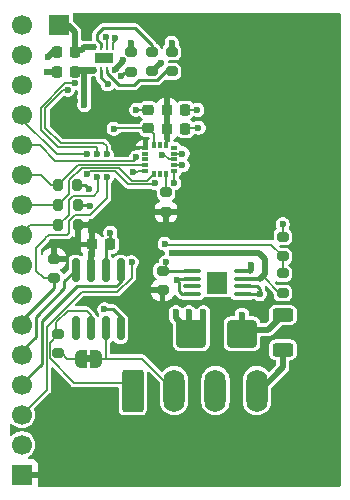
<source format=gbr>
%TF.GenerationSoftware,KiCad,Pcbnew,9.0.6*%
%TF.CreationDate,2026-02-21T13:52:17+10:00*%
%TF.ProjectId,ae-tracker-db,61652d74-7261-4636-9b65-722d64622e6b,rev?*%
%TF.SameCoordinates,Original*%
%TF.FileFunction,Copper,L1,Top*%
%TF.FilePolarity,Positive*%
%FSLAX46Y46*%
G04 Gerber Fmt 4.6, Leading zero omitted, Abs format (unit mm)*
G04 Created by KiCad (PCBNEW 9.0.6) date 2026-02-21 13:52:17*
%MOMM*%
%LPD*%
G01*
G04 APERTURE LIST*
G04 Aperture macros list*
%AMRoundRect*
0 Rectangle with rounded corners*
0 $1 Rounding radius*
0 $2 $3 $4 $5 $6 $7 $8 $9 X,Y pos of 4 corners*
0 Add a 4 corners polygon primitive as box body*
4,1,4,$2,$3,$4,$5,$6,$7,$8,$9,$2,$3,0*
0 Add four circle primitives for the rounded corners*
1,1,$1+$1,$2,$3*
1,1,$1+$1,$4,$5*
1,1,$1+$1,$6,$7*
1,1,$1+$1,$8,$9*
0 Add four rect primitives between the rounded corners*
20,1,$1+$1,$2,$3,$4,$5,0*
20,1,$1+$1,$4,$5,$6,$7,0*
20,1,$1+$1,$6,$7,$8,$9,0*
20,1,$1+$1,$8,$9,$2,$3,0*%
%AMFreePoly0*
4,1,23,0.500000,-0.750000,0.000000,-0.750000,0.000000,-0.745722,-0.065263,-0.745722,-0.191342,-0.711940,-0.304381,-0.646677,-0.396677,-0.554381,-0.461940,-0.441342,-0.495722,-0.315263,-0.495722,-0.250000,-0.500000,-0.250000,-0.500000,0.250000,-0.495722,0.250000,-0.495722,0.315263,-0.461940,0.441342,-0.396677,0.554381,-0.304381,0.646677,-0.191342,0.711940,-0.065263,0.745722,0.000000,0.745722,
0.000000,0.750000,0.500000,0.750000,0.500000,-0.750000,0.500000,-0.750000,$1*%
%AMFreePoly1*
4,1,23,0.000000,0.745722,0.065263,0.745722,0.191342,0.711940,0.304381,0.646677,0.396677,0.554381,0.461940,0.441342,0.495722,0.315263,0.495722,0.250000,0.500000,0.250000,0.500000,-0.250000,0.495722,-0.250000,0.495722,-0.315263,0.461940,-0.441342,0.396677,-0.554381,0.304381,-0.646677,0.191342,-0.711940,0.065263,-0.745722,0.000000,-0.745722,0.000000,-0.750000,-0.500000,-0.750000,
-0.500000,0.750000,0.000000,0.750000,0.000000,0.745722,0.000000,0.745722,$1*%
G04 Aperture macros list end*
%TA.AperFunction,EtchedComponent*%
%ADD10C,0.000000*%
%TD*%
%TA.AperFunction,SMDPad,CuDef*%
%ADD11RoundRect,0.225000X-0.225000X-0.250000X0.225000X-0.250000X0.225000X0.250000X-0.225000X0.250000X0*%
%TD*%
%TA.AperFunction,SMDPad,CuDef*%
%ADD12RoundRect,0.200000X0.275000X-0.200000X0.275000X0.200000X-0.275000X0.200000X-0.275000X-0.200000X0*%
%TD*%
%TA.AperFunction,SMDPad,CuDef*%
%ADD13RoundRect,0.150000X-0.150000X0.825000X-0.150000X-0.825000X0.150000X-0.825000X0.150000X0.825000X0*%
%TD*%
%TA.AperFunction,SMDPad,CuDef*%
%ADD14RoundRect,0.225000X0.250000X-0.225000X0.250000X0.225000X-0.250000X0.225000X-0.250000X-0.225000X0*%
%TD*%
%TA.AperFunction,ComponentPad*%
%ADD15R,1.700000X1.700000*%
%TD*%
%TA.AperFunction,SMDPad,CuDef*%
%ADD16RoundRect,0.200000X-0.275000X0.200000X-0.275000X-0.200000X0.275000X-0.200000X0.275000X0.200000X0*%
%TD*%
%TA.AperFunction,SMDPad,CuDef*%
%ADD17RoundRect,0.062500X0.062500X-0.187500X0.062500X0.187500X-0.062500X0.187500X-0.062500X-0.187500X0*%
%TD*%
%TA.AperFunction,SMDPad,CuDef*%
%ADD18R,1.600000X0.900000*%
%TD*%
%TA.AperFunction,ComponentPad*%
%ADD19C,1.700000*%
%TD*%
%TA.AperFunction,SMDPad,CuDef*%
%ADD20RoundRect,0.200000X-0.200000X-0.275000X0.200000X-0.275000X0.200000X0.275000X-0.200000X0.275000X0*%
%TD*%
%TA.AperFunction,SMDPad,CuDef*%
%ADD21RoundRect,0.225000X0.225000X0.250000X-0.225000X0.250000X-0.225000X-0.250000X0.225000X-0.250000X0*%
%TD*%
%TA.AperFunction,SMDPad,CuDef*%
%ADD22RoundRect,0.250000X0.625000X-0.312500X0.625000X0.312500X-0.625000X0.312500X-0.625000X-0.312500X0*%
%TD*%
%TA.AperFunction,SMDPad,CuDef*%
%ADD23FreePoly0,180.000000*%
%TD*%
%TA.AperFunction,SMDPad,CuDef*%
%ADD24FreePoly1,180.000000*%
%TD*%
%TA.AperFunction,SMDPad,CuDef*%
%ADD25RoundRect,0.250000X-1.000000X-0.900000X1.000000X-0.900000X1.000000X0.900000X-1.000000X0.900000X0*%
%TD*%
%TA.AperFunction,SMDPad,CuDef*%
%ADD26RoundRect,0.087500X-0.187500X-0.087500X0.187500X-0.087500X0.187500X0.087500X-0.187500X0.087500X0*%
%TD*%
%TA.AperFunction,SMDPad,CuDef*%
%ADD27RoundRect,0.087500X-0.087500X-0.187500X0.087500X-0.187500X0.087500X0.187500X-0.087500X0.187500X0*%
%TD*%
%TA.AperFunction,SMDPad,CuDef*%
%ADD28RoundRect,0.200000X0.200000X0.275000X-0.200000X0.275000X-0.200000X-0.275000X0.200000X-0.275000X0*%
%TD*%
%TA.AperFunction,SMDPad,CuDef*%
%ADD29RoundRect,0.100000X-0.625000X-0.100000X0.625000X-0.100000X0.625000X0.100000X-0.625000X0.100000X0*%
%TD*%
%TA.AperFunction,HeatsinkPad*%
%ADD30R,1.680000X1.880000*%
%TD*%
%TA.AperFunction,ComponentPad*%
%ADD31RoundRect,0.250000X-0.650000X-1.550000X0.650000X-1.550000X0.650000X1.550000X-0.650000X1.550000X0*%
%TD*%
%TA.AperFunction,ComponentPad*%
%ADD32O,1.800000X3.600000*%
%TD*%
%TA.AperFunction,ViaPad*%
%ADD33C,0.600000*%
%TD*%
%TA.AperFunction,Conductor*%
%ADD34C,0.254000*%
%TD*%
%TA.AperFunction,Conductor*%
%ADD35C,0.508000*%
%TD*%
%TA.AperFunction,Conductor*%
%ADD36C,0.127000*%
%TD*%
%TA.AperFunction,Conductor*%
%ADD37C,0.554000*%
%TD*%
%TA.AperFunction,Conductor*%
%ADD38C,0.354000*%
%TD*%
G04 APERTURE END LIST*
D10*
%TA.AperFunction,EtchedComponent*%
%TO.C,JP1*%
G36*
X141930777Y-109476007D02*
G01*
X141430777Y-109476007D01*
X141430777Y-108876007D01*
X141930777Y-108876007D01*
X141930777Y-109476007D01*
G37*
%TD.AperFunction*%
%TD*%
D11*
%TO.P,C6,1*%
%TO.N,+3.3V*%
X148306008Y-89704260D03*
%TO.P,C6,2*%
%TO.N,GND*%
X149856008Y-89704260D03*
%TD*%
D12*
%TO.P,R2,1*%
%TO.N,+3.3V*%
X147921489Y-103370000D03*
%TO.P,R2,2*%
%TO.N,SUPPLY_EN*%
X147921489Y-101720000D03*
%TD*%
D13*
%TO.P,U1,1,D*%
%TO.N,ESP_TX*%
X144371888Y-101658414D03*
%TO.P,U1,2,GND*%
%TO.N,GND*%
X143101888Y-101658414D03*
%TO.P,U1,3,VCC*%
%TO.N,+3.3V*%
X141831888Y-101658414D03*
%TO.P,U1,4,R*%
%TO.N,ESP_RX*%
X140561888Y-101658414D03*
%TO.P,U1,5,Vref*%
%TO.N,unconnected-(U1-Vref-Pad5)*%
X140561888Y-106608414D03*
%TO.P,U1,6,CANL*%
%TO.N,CAN_L*%
X141831888Y-106608414D03*
%TO.P,U1,7,CANH*%
%TO.N,CAN_H*%
X143101888Y-106608414D03*
%TO.P,U1,8,Rs*%
%TO.N,RS*%
X144371888Y-106608414D03*
%TD*%
D12*
%TO.P,R16,1*%
%TO.N,Net-(U2-ADC1)*%
X158100000Y-100500000D03*
%TO.P,R16,2*%
%TO.N,GND*%
X158100000Y-98850000D03*
%TD*%
D14*
%TO.P,C3,1*%
%TO.N,Net-(U2-ADC1)*%
X146715547Y-89650912D03*
%TO.P,C3,2*%
%TO.N,GND*%
X146715547Y-88100912D03*
%TD*%
D15*
%TO.P,J2,1,Pin_1*%
%TO.N,BATT_V*%
X139172975Y-80955572D03*
%TD*%
D16*
%TO.P,R13,1*%
%TO.N,Net-(U3-VSET)*%
X146987667Y-83192884D03*
%TO.P,R13,2*%
%TO.N,GND*%
X146987667Y-84842884D03*
%TD*%
D17*
%TO.P,U3,1,IN*%
%TO.N,SUPPLY*%
X142228491Y-84695622D03*
%TO.P,U3,2,ISET*%
%TO.N,Net-(U3-ISET)*%
X142728491Y-84695622D03*
%TO.P,U3,3,TS*%
%TO.N,Net-(U3-TS)*%
X143228491Y-84695622D03*
%TO.P,U3,4,GND*%
%TO.N,GND*%
X143728491Y-84695622D03*
%TO.P,U3,5,STAT*%
%TO.N,STAT*%
X143728491Y-82795622D03*
%TO.P,U3,6,~{PG}*%
%TO.N,PG*%
X143228491Y-82795622D03*
%TO.P,U3,7,VSET*%
%TO.N,Net-(U3-VSET)*%
X142728491Y-82795622D03*
%TO.P,U3,8,OUT*%
%TO.N,BATT_V*%
X142228491Y-82795622D03*
D18*
%TO.P,U3,9,GND*%
%TO.N,GND*%
X142978491Y-83745622D03*
%TD*%
D15*
%TO.P,J4,1,Pin_1*%
%TO.N,+3.3V*%
X136000000Y-119000000D03*
D19*
%TO.P,J4,2,Pin_2*%
%TO.N,GND*%
X136000000Y-116460000D03*
%TO.P,J4,3,Pin_3*%
%TO.N,SUPPLY_EN*%
X136000000Y-113920000D03*
%TO.P,J4,4,Pin_4*%
%TO.N,ESP_TX*%
X136000000Y-111380000D03*
%TO.P,J4,5,Pin_5*%
%TO.N,ESP_RX*%
X136000000Y-108840000D03*
%TO.P,J4,6,Pin_6*%
%TO.N,STAT*%
X136000000Y-106300000D03*
%TO.P,J4,7,Pin_7*%
%TO.N,unconnected-(J4-Pin_7-Pad7)*%
X136000000Y-103760000D03*
%TO.P,J4,8,Pin_8*%
%TO.N,unconnected-(J4-Pin_8-Pad8)*%
X136000000Y-101220000D03*
%TO.P,J4,9,Pin_9*%
%TO.N,PG*%
X136000000Y-98680000D03*
%TO.P,J4,10,Pin_10*%
%TO.N,SDA*%
X136000000Y-96140000D03*
%TO.P,J4,11,Pin_11*%
%TO.N,SCL*%
X136000000Y-93600000D03*
%TO.P,J4,12,Pin_12*%
%TO.N,INT1*%
X136000000Y-91060000D03*
%TO.P,J4,13,Pin_13*%
%TO.N,INT2*%
X136000000Y-88520000D03*
%TO.P,J4,14,Pin_14*%
%TO.N,RS*%
X136000000Y-85980000D03*
%TO.P,J4,15,Pin_15*%
%TO.N,GND*%
X136000000Y-83440000D03*
%TO.P,J4,16,Pin_16*%
%TO.N,unconnected-(J4-Pin_16-Pad16)*%
X136000000Y-80900000D03*
%TD*%
D12*
%TO.P,R15,1*%
%TO.N,SUPPLY*%
X158100000Y-103600000D03*
%TO.P,R15,2*%
%TO.N,Net-(U2-ADC1)*%
X158100000Y-101950000D03*
%TD*%
%TO.P,R12,1*%
%TO.N,+3.3V*%
X148220131Y-96712813D03*
%TO.P,R12,2*%
%TO.N,Net-(U2-CS)*%
X148220131Y-95062813D03*
%TD*%
D11*
%TO.P,C1,1*%
%TO.N,+3.3V*%
X141938416Y-99495917D03*
%TO.P,C1,2*%
%TO.N,GND*%
X143488416Y-99495917D03*
%TD*%
D20*
%TO.P,R9,1*%
%TO.N,SCL*%
X139057618Y-94495489D03*
%TO.P,R9,2*%
%TO.N,GND*%
X140707618Y-94495489D03*
%TD*%
D16*
%TO.P,R10,1*%
%TO.N,+3.3V*%
X138751661Y-100703972D03*
%TO.P,R10,2*%
%TO.N,STAT*%
X138751661Y-102353972D03*
%TD*%
D21*
%TO.P,C2,1*%
%TO.N,SUPPLY*%
X140503491Y-84875614D03*
%TO.P,C2,2*%
%TO.N,GND*%
X138953491Y-84875614D03*
%TD*%
D20*
%TO.P,R8,1*%
%TO.N,SDA*%
X139089506Y-96182936D03*
%TO.P,R8,2*%
%TO.N,GND*%
X140739506Y-96182936D03*
%TD*%
D22*
%TO.P,F1,1*%
%TO.N,SUPPLY_IN*%
X158100000Y-108400000D03*
%TO.P,F1,2*%
%TO.N,Net-(D1-A2)*%
X158100000Y-105475000D03*
%TD*%
D12*
%TO.P,R7,1*%
%TO.N,Net-(JP1-B)*%
X139100000Y-108725000D03*
%TO.P,R7,2*%
%TO.N,CAN_L*%
X139100000Y-107075000D03*
%TD*%
D23*
%TO.P,JP1,1,A*%
%TO.N,CAN_H*%
X142330777Y-109176007D03*
D24*
%TO.P,JP1,2,B*%
%TO.N,Net-(JP1-B)*%
X141030777Y-109176007D03*
%TD*%
D25*
%TO.P,D1,1,A1*%
%TO.N,GND*%
X150350000Y-107037500D03*
%TO.P,D1,2,A2*%
%TO.N,Net-(D1-A2)*%
X154650000Y-107037500D03*
%TD*%
D26*
%TO.P,U2,1,VDD_IO*%
%TO.N,+3.3V*%
X146475000Y-91299749D03*
%TO.P,U2,2,NC*%
%TO.N,unconnected-(U2-NC-Pad2)*%
X146475000Y-91799749D03*
%TO.P,U2,3,NC*%
%TO.N,unconnected-(U2-NC-Pad3)*%
X146475000Y-92299749D03*
%TO.P,U2,4,SPC*%
%TO.N,SCL*%
X146475000Y-92799749D03*
%TO.P,U2,5,GND*%
%TO.N,GND*%
X146475000Y-93299749D03*
D27*
%TO.P,U2,6,SDI*%
%TO.N,SDA*%
X147200000Y-93524749D03*
%TO.P,U2,7,SDO*%
%TO.N,unconnected-(U2-SDO-Pad7)*%
X147700000Y-93524749D03*
%TO.P,U2,8,CS*%
%TO.N,Net-(U2-CS)*%
X148200000Y-93524749D03*
D26*
%TO.P,U2,9,INT2*%
%TO.N,INT2*%
X148925000Y-93299749D03*
%TO.P,U2,10,GND*%
%TO.N,GND*%
X148925000Y-92799749D03*
%TO.P,U2,11,INT1*%
%TO.N,INT1*%
X148925000Y-92299749D03*
%TO.P,U2,12,GND*%
%TO.N,GND*%
X148925000Y-91799749D03*
%TO.P,U2,13,ADC3*%
%TO.N,unconnected-(U2-ADC3-Pad13)*%
X148925000Y-91299749D03*
D27*
%TO.P,U2,14,VDD*%
%TO.N,+3.3V*%
X148200000Y-91074749D03*
%TO.P,U2,15,ADC2*%
%TO.N,unconnected-(U2-ADC2-Pad15)*%
X147700000Y-91074749D03*
%TO.P,U2,16,ADC1*%
%TO.N,Net-(U2-ADC1)*%
X147200000Y-91074749D03*
%TD*%
D21*
%TO.P,C5,1*%
%TO.N,BATT_V*%
X140503491Y-83200000D03*
%TO.P,C5,2*%
%TO.N,GND*%
X138953491Y-83200000D03*
%TD*%
D28*
%TO.P,R11,1*%
%TO.N,+3.3V*%
X140746454Y-97869562D03*
%TO.P,R11,2*%
%TO.N,PG*%
X139096454Y-97869562D03*
%TD*%
D29*
%TO.P,U4,1,IN*%
%TO.N,SUPPLY_EN*%
X150401489Y-101750000D03*
%TO.P,U4,2,D_EN*%
%TO.N,GND*%
X150401489Y-102400000D03*
%TO.P,U4,3,~{FLT}*%
%TO.N,unconnected-(U4-~{FLT}-Pad3)*%
X150401489Y-103050000D03*
%TO.P,U4,4,CL*%
%TO.N,GND*%
X150401489Y-103700000D03*
%TO.P,U4,5,DLY*%
X154701489Y-103700000D03*
%TO.P,U4,6,GND*%
X154701489Y-103050000D03*
%TO.P,U4,7,OUT*%
%TO.N,SUPPLY*%
X154701489Y-102400000D03*
%TO.P,U4,8,VS*%
%TO.N,Net-(D1-A2)*%
X154701489Y-101750000D03*
D30*
%TO.P,U4,9,GND*%
%TO.N,GND*%
X152551489Y-102725000D03*
%TD*%
D12*
%TO.P,R14,1*%
%TO.N,Net-(U3-ISET)*%
X145232881Y-84878768D03*
%TO.P,R14,2*%
%TO.N,GND*%
X145232881Y-83228768D03*
%TD*%
%TO.P,TH1,1*%
%TO.N,Net-(U3-TS)*%
X148714085Y-84849362D03*
%TO.P,TH1,2*%
%TO.N,GND*%
X148714085Y-83199362D03*
%TD*%
D11*
%TO.P,C4,1*%
%TO.N,+3.3V*%
X148304833Y-88095167D03*
%TO.P,C4,2*%
%TO.N,GND*%
X149854833Y-88095167D03*
%TD*%
D31*
%TO.P,J3,1,Pin_1*%
%TO.N,CAN_L*%
X145400000Y-111867500D03*
D32*
%TO.P,J3,2,Pin_2*%
%TO.N,CAN_H*%
X148900000Y-111867500D03*
%TO.P,J3,3,Pin_3*%
%TO.N,GND*%
X152400000Y-111867500D03*
%TO.P,J3,4,Pin_4*%
%TO.N,SUPPLY_IN*%
X155900000Y-111867500D03*
%TD*%
D33*
%TO.N,GND*%
X145700000Y-88100000D03*
X143472691Y-83774357D03*
X145218099Y-82467329D03*
X145456008Y-93400000D03*
X142480425Y-83783378D03*
X158108780Y-97803624D03*
X150964226Y-89625258D03*
X152971489Y-102195000D03*
X150156008Y-105244893D03*
X141700000Y-94800000D03*
X156155486Y-103694514D03*
X144600000Y-83900000D03*
X148695105Y-82414974D03*
X138184542Y-83649053D03*
X150867251Y-88102162D03*
X152112873Y-103208152D03*
X149606008Y-92799749D03*
X149150000Y-102500000D03*
X138114767Y-84873002D03*
X149061975Y-105244893D03*
X141743715Y-96236570D03*
X149606008Y-91799749D03*
X151376862Y-105244107D03*
X143500000Y-98500000D03*
X147812526Y-84096583D03*
X152114468Y-102168364D03*
X152971489Y-103195000D03*
%TO.N,SUPPLY*%
X149800000Y-100200000D03*
X148700000Y-100200000D03*
X141300000Y-87700000D03*
X141300000Y-87000000D03*
%TO.N,Net-(U2-ADC1)*%
X143800000Y-89700000D03*
X148100000Y-99446000D03*
%TO.N,Net-(D1-A2)*%
X154656008Y-105437500D03*
X155450000Y-101200000D03*
%TO.N,STAT*%
X143900000Y-82000000D03*
X143200000Y-91872587D03*
X143200000Y-93813500D03*
X139900000Y-86400000D03*
%TO.N,PG*%
X142400000Y-93813500D03*
X140500000Y-85836500D03*
X143093356Y-81893356D03*
X142400000Y-91872587D03*
%TO.N,INT2*%
X147306008Y-94304260D03*
X141500000Y-93563500D03*
X148906008Y-94304260D03*
X141500000Y-91850000D03*
%TO.N,INT1*%
X145700000Y-92100000D03*
X147906008Y-91904260D03*
%TO.N,RS*%
X143000000Y-105000000D03*
%TO.N,SUPPLY_EN*%
X148200000Y-101000000D03*
X145300000Y-101000000D03*
%TO.N,Net-(U3-ISET)*%
X144429026Y-85229026D03*
X143271086Y-85928914D03*
%TD*%
D34*
%TO.N,GND*%
X143101888Y-101658414D02*
X143101888Y-99882445D01*
X154701489Y-103050000D02*
X155928747Y-103050000D01*
D35*
X138184542Y-83644563D02*
X138829105Y-83000000D01*
X148695105Y-83180382D02*
X148714085Y-83199362D01*
D36*
X149902006Y-89625258D02*
X149881008Y-89604260D01*
D34*
X143488416Y-98511584D02*
X143500000Y-98500000D01*
D36*
X158108780Y-97803624D02*
X158108780Y-98367461D01*
D35*
X148684679Y-83228768D02*
X148714085Y-83199362D01*
X147812526Y-84096583D02*
X147066225Y-84842884D01*
D36*
X158100000Y-98376241D02*
X158100000Y-98775000D01*
X150867251Y-88102162D02*
X149847838Y-88102162D01*
X149606008Y-92799749D02*
X148925000Y-92799749D01*
D34*
X141700000Y-94800000D02*
X141395489Y-94495489D01*
D35*
X138114767Y-84873002D02*
X138950879Y-84873002D01*
D36*
X150964226Y-89625258D02*
X149902006Y-89625258D01*
D34*
X149150000Y-102500000D02*
X149250000Y-102400000D01*
D35*
X138184542Y-83649053D02*
X138184542Y-83644563D01*
D34*
X156155486Y-103276739D02*
X156155486Y-103694514D01*
X154701489Y-103700000D02*
X156150000Y-103700000D01*
D35*
X145218099Y-82467329D02*
X145218099Y-83213986D01*
D34*
X149150000Y-102500000D02*
X149298691Y-102648691D01*
D36*
X145796768Y-93400000D02*
X145897019Y-93299749D01*
X146700000Y-88110365D02*
X146715547Y-88125912D01*
D35*
X138953491Y-83100000D02*
X138953491Y-83200000D01*
X149061975Y-105244893D02*
X149061975Y-105749475D01*
X148695105Y-82414974D02*
X148695105Y-83180382D01*
X138853491Y-83000000D02*
X138953491Y-83100000D01*
X138950879Y-84873002D02*
X138953491Y-84875614D01*
D36*
X145456008Y-93400000D02*
X145796768Y-93400000D01*
D35*
X144600000Y-83900000D02*
X144600000Y-83991733D01*
D34*
X150050000Y-108037500D02*
X150044514Y-108042986D01*
D35*
X144600000Y-83991733D02*
X143896111Y-84695622D01*
D36*
X145710365Y-88110365D02*
X146700000Y-88110365D01*
D34*
X149250000Y-102400000D02*
X150401489Y-102400000D01*
X140739506Y-96182936D02*
X141690081Y-96182936D01*
X149298691Y-102648691D02*
X149298691Y-103448691D01*
D35*
X151376862Y-105244107D02*
X151376862Y-106024039D01*
X147066225Y-84842884D02*
X146987667Y-84842884D01*
D36*
X158108780Y-98367461D02*
X158100000Y-98376241D01*
D34*
X149298691Y-103448691D02*
X149550000Y-103700000D01*
X141690081Y-96182936D02*
X141743715Y-96236570D01*
D35*
X145218099Y-83213986D02*
X145232881Y-83228768D01*
D34*
X143488416Y-99495917D02*
X143488416Y-98511584D01*
D35*
X149061975Y-105749475D02*
X150350000Y-107037500D01*
D34*
X143101888Y-99882445D02*
X143488416Y-99495917D01*
X149550000Y-103700000D02*
X150401489Y-103700000D01*
D36*
X145897019Y-93299749D02*
X146475000Y-93299749D01*
X149847838Y-88102162D02*
X149854833Y-88095167D01*
X149606008Y-91799749D02*
X148925000Y-91799749D01*
D34*
X155928747Y-103050000D02*
X156155486Y-103276739D01*
D36*
X145700000Y-88100000D02*
X145710365Y-88110365D01*
D35*
X138829105Y-83000000D02*
X138853491Y-83000000D01*
D34*
X141395489Y-94495489D02*
X140707618Y-94495489D01*
D35*
X150156008Y-105244893D02*
X150156008Y-106843508D01*
D36*
%TO.N,+3.3V*%
X148200000Y-88200000D02*
X148304833Y-88095167D01*
X148200000Y-91074749D02*
X148200000Y-88200000D01*
D34*
%TO.N,SUPPLY*%
X140683483Y-84695622D02*
X140503491Y-84875614D01*
D37*
X142024406Y-84693293D02*
X140685812Y-84693293D01*
X140503491Y-84875614D02*
X140479398Y-84851521D01*
X140685812Y-84693293D02*
X140503491Y-84875614D01*
D35*
X149800000Y-100200000D02*
X148700000Y-100200000D01*
D36*
X157800000Y-103600000D02*
X156400000Y-102200000D01*
D35*
X156200000Y-102400000D02*
X156400000Y-102200000D01*
X156600000Y-102000000D02*
X156600000Y-100700000D01*
X141300000Y-87700000D02*
X141300000Y-84693293D01*
X156400000Y-102200000D02*
X156600000Y-102000000D01*
X156600000Y-100700000D02*
X156100000Y-100200000D01*
X156100000Y-100200000D02*
X149800000Y-100200000D01*
D36*
X158100000Y-103600000D02*
X157800000Y-103600000D01*
D38*
X154701489Y-102400000D02*
X156200000Y-102400000D01*
D37*
X140479398Y-84851521D02*
X140479398Y-84693293D01*
D36*
%TO.N,Net-(U2-ADC1)*%
X143849088Y-89650912D02*
X146715547Y-89650912D01*
X158100000Y-101375000D02*
X158100000Y-100500000D01*
X148154000Y-99500000D02*
X157100000Y-99500000D01*
X143800000Y-89700000D02*
X143849088Y-89650912D01*
X158100000Y-101950000D02*
X158100000Y-101075000D01*
X147200000Y-90135365D02*
X146715547Y-89650912D01*
X148100000Y-99446000D02*
X148154000Y-99500000D01*
X157100000Y-99500000D02*
X158100000Y-100500000D01*
X147012213Y-89697155D02*
X146965970Y-89650912D01*
X147200000Y-91074749D02*
X147200000Y-90135365D01*
D35*
%TO.N,BATT_V*%
X139172975Y-80955572D02*
X139955572Y-80955572D01*
X139955572Y-80955572D02*
X140503491Y-81503491D01*
X140703491Y-83000000D02*
X141100000Y-83000000D01*
X141100000Y-83000000D02*
X141304378Y-82795622D01*
X140503491Y-81503491D02*
X140503491Y-83200000D01*
X140503491Y-83200000D02*
X140703491Y-83000000D01*
X141304378Y-82795622D02*
X142148491Y-82795622D01*
%TO.N,Net-(D1-A2)*%
X156875000Y-106700000D02*
X155918508Y-106700000D01*
X158100000Y-105475000D02*
X156875000Y-106700000D01*
X155450000Y-101200000D02*
X155450000Y-101600000D01*
X154650000Y-105443508D02*
X154650000Y-107037500D01*
X153849475Y-107838025D02*
X154650000Y-107037500D01*
X155450000Y-101600000D02*
X155320000Y-101730000D01*
X154656008Y-105437500D02*
X154650000Y-105443508D01*
%TO.N,SUPPLY_IN*%
X155900000Y-111867500D02*
X156132500Y-111867500D01*
X156132500Y-111867500D02*
X158100000Y-109900000D01*
X158100000Y-109900000D02*
X158100000Y-108400000D01*
D36*
%TO.N,CAN_L*%
X138900000Y-106100000D02*
X139900000Y-105100000D01*
X139900000Y-105100000D02*
X141500000Y-105100000D01*
X141500000Y-105100000D02*
X141831888Y-105431888D01*
X140437556Y-111200000D02*
X138360500Y-109122944D01*
X138360500Y-109122944D02*
X138360500Y-107814500D01*
X141831888Y-105431888D02*
X141831888Y-106608414D01*
X145400000Y-111867500D02*
X144732500Y-111200000D01*
X138360500Y-107814500D02*
X139100000Y-107075000D01*
X139100000Y-107075000D02*
X138900000Y-106875000D01*
X144732500Y-111200000D02*
X140437556Y-111200000D01*
X138900000Y-106875000D02*
X138900000Y-106100000D01*
%TO.N,CAN_H*%
X146208507Y-109176007D02*
X148900000Y-111867500D01*
X143101888Y-106608414D02*
X143101888Y-109174119D01*
X143101888Y-109174119D02*
X143100000Y-109176007D01*
X143100000Y-109176007D02*
X146208507Y-109176007D01*
X142330777Y-109176007D02*
X143100000Y-109176007D01*
%TO.N,SCL*%
X139057618Y-94495489D02*
X140803107Y-92750000D01*
X137659511Y-93650489D02*
X135878992Y-93650489D01*
X138504511Y-94495489D02*
X137659511Y-93650489D01*
X146425251Y-92750000D02*
X146475000Y-92799749D01*
X140803107Y-92750000D02*
X146425251Y-92750000D01*
X139057618Y-94495489D02*
X138504511Y-94495489D01*
%TO.N,STAT*%
X139509220Y-86400000D02*
X139900000Y-86400000D01*
X137245833Y-99754167D02*
X137245833Y-101745833D01*
X143200000Y-93813500D02*
X143200000Y-95578610D01*
X143200000Y-91200000D02*
X142900000Y-90900000D01*
X138285788Y-98674342D02*
X138000000Y-98960130D01*
X140000000Y-97478572D02*
X140000000Y-98500000D01*
X143900000Y-82309494D02*
X143728491Y-82481003D01*
X137245833Y-101745833D02*
X137853972Y-102353972D01*
X138000000Y-98960130D02*
X138000000Y-99000000D01*
X139300000Y-90900000D02*
X138000000Y-89600000D01*
X143900000Y-82000000D02*
X143900000Y-82309494D01*
D34*
X138751661Y-102353972D02*
X138751661Y-103148339D01*
X135901413Y-106372910D02*
X135878992Y-106350489D01*
X138751661Y-103148339D02*
X135901413Y-105998587D01*
D36*
X143200000Y-91872587D02*
X143200000Y-91200000D01*
X137853972Y-102353972D02*
X138751661Y-102353972D01*
X141778609Y-97000000D02*
X140478572Y-97000000D01*
X140000000Y-98500000D02*
X139825658Y-98674342D01*
X138000000Y-89600000D02*
X138000000Y-87909220D01*
X138000000Y-87909220D02*
X139509220Y-86400000D01*
X138000000Y-99000000D02*
X137245833Y-99754167D01*
X143728491Y-82481003D02*
X143728491Y-82795622D01*
D34*
X135901413Y-105998587D02*
X135901413Y-106372910D01*
D36*
X140478572Y-97000000D02*
X140000000Y-97478572D01*
X139825658Y-98674342D02*
X138285788Y-98674342D01*
X143200000Y-95578610D02*
X141778609Y-97000000D01*
X142900000Y-90900000D02*
X139300000Y-90900000D01*
D34*
%TO.N,ESP_RX*%
X135878992Y-108890489D02*
X135878992Y-108621008D01*
X137200000Y-105600000D02*
X139589229Y-103210771D01*
X135878992Y-108621008D02*
X137200000Y-107300000D01*
X139589229Y-102631073D02*
X140561888Y-101658414D01*
X139589229Y-103210771D02*
X139589229Y-102631073D01*
X137200000Y-107300000D02*
X137200000Y-105600000D01*
D36*
%TO.N,PG*%
X142400000Y-91350000D02*
X142335500Y-91285500D01*
X136739919Y-97869562D02*
X139096454Y-97869562D01*
X142500000Y-95000000D02*
X142100000Y-95400000D01*
X140463500Y-85800000D02*
X140500000Y-85836500D01*
X143235155Y-82788958D02*
X143228491Y-82795622D01*
X139700000Y-85800000D02*
X140463500Y-85800000D01*
X135878992Y-98730489D02*
X136739919Y-97869562D01*
X142400000Y-93813500D02*
X142500000Y-93913500D01*
X142100000Y-95400000D02*
X140334989Y-95400000D01*
D34*
X143093356Y-81893356D02*
X143093356Y-81991865D01*
D36*
X140000000Y-95734989D02*
X140000000Y-96966016D01*
X140334989Y-95400000D02*
X140000000Y-95734989D01*
X142335500Y-91285500D02*
X139085500Y-91285500D01*
X139085500Y-91285500D02*
X137600000Y-89800000D01*
X143235155Y-82035155D02*
X143235155Y-82788958D01*
X142400000Y-91872587D02*
X142400000Y-91350000D01*
X137600000Y-89800000D02*
X137600000Y-87900000D01*
X142500000Y-93913500D02*
X142500000Y-95000000D01*
X140000000Y-96966016D02*
X139096454Y-97869562D01*
X137600000Y-87900000D02*
X139700000Y-85800000D01*
X143093356Y-81893356D02*
X143235155Y-82035155D01*
%TO.N,INT2*%
X148906008Y-94304260D02*
X148906008Y-93318741D01*
X145008626Y-94400000D02*
X147210268Y-94400000D01*
X135878992Y-88778992D02*
X135878992Y-88570489D01*
X141500000Y-91850000D02*
X138950000Y-91850000D01*
X148906008Y-93318741D02*
X148925000Y-93299749D01*
X143908626Y-93300000D02*
X145008626Y-94400000D01*
X143900000Y-93300000D02*
X143908626Y-93300000D01*
X147210268Y-94400000D02*
X147306008Y-94304260D01*
X141500000Y-93563500D02*
X141813500Y-93250000D01*
X141813500Y-93250000D02*
X143850000Y-93250000D01*
X143850000Y-93250000D02*
X143900000Y-93300000D01*
X138950000Y-91850000D02*
X135878992Y-88778992D01*
X148925000Y-93299749D02*
X148959631Y-93334380D01*
%TO.N,INT1*%
X148065030Y-91904260D02*
X148460519Y-92299749D01*
X145700000Y-92100000D02*
X145700000Y-92242257D01*
X145674019Y-92236249D02*
X145674019Y-92125981D01*
X145674019Y-92125981D02*
X145700000Y-92100000D01*
X137510489Y-91110489D02*
X135878992Y-91110489D01*
X138836087Y-92436087D02*
X137510489Y-91110489D01*
X147906008Y-91904260D02*
X148065030Y-91904260D01*
X145700000Y-92242257D02*
X145506170Y-92436087D01*
X145506170Y-92436087D02*
X138836087Y-92436087D01*
X148460519Y-92299749D02*
X148925000Y-92299749D01*
D34*
%TO.N,RS*%
X144371888Y-105633415D02*
X143738473Y-105000000D01*
X144371888Y-106608414D02*
X144371888Y-105633415D01*
X143738473Y-105000000D02*
X143000000Y-105000000D01*
%TO.N,ESP_TX*%
X137700000Y-106000000D02*
X137700000Y-109609481D01*
X140700000Y-103000000D02*
X137700000Y-106000000D01*
X137700000Y-109609481D02*
X135878992Y-111430489D01*
X144371888Y-102633413D02*
X144005301Y-103000000D01*
X144005301Y-103000000D02*
X140700000Y-103000000D01*
X144371888Y-101658414D02*
X144371888Y-102633413D01*
D36*
%TO.N,SDA*%
X145300000Y-94100000D02*
X146624749Y-94100000D01*
X144200000Y-93000000D02*
X145300000Y-94100000D01*
X135878992Y-96190489D02*
X139081953Y-96190489D01*
X140043118Y-94022545D02*
X141065663Y-93000000D01*
X140043118Y-95229324D02*
X140043118Y-94022545D01*
X139081953Y-96190489D02*
X139089506Y-96182936D01*
X141065663Y-93000000D02*
X144200000Y-93000000D01*
X146624749Y-94100000D02*
X147200000Y-93524749D01*
X139089506Y-96182936D02*
X140043118Y-95229324D01*
%TO.N,Net-(JP1-B)*%
X141006784Y-109200000D02*
X139875000Y-109200000D01*
X139875000Y-109200000D02*
X139400000Y-108725000D01*
X141030777Y-109176007D02*
X141006784Y-109200000D01*
X139400000Y-108725000D02*
X139100000Y-108725000D01*
D34*
%TO.N,SUPPLY_EN*%
X147921489Y-101720000D02*
X147946489Y-101745000D01*
D36*
X141100000Y-103500000D02*
X143600000Y-103500000D01*
X145300000Y-102295650D02*
X145300000Y-101000000D01*
X148200000Y-101000000D02*
X148200000Y-101441489D01*
X140300000Y-104300000D02*
X141100000Y-103500000D01*
X138100000Y-111820000D02*
X138100000Y-106500000D01*
X138100000Y-106500000D02*
X140300000Y-104300000D01*
D34*
X147946489Y-101745000D02*
X150396489Y-101745000D01*
X150396489Y-101745000D02*
X150401489Y-101750000D01*
D36*
X148200000Y-101441489D02*
X147921489Y-101720000D01*
X136000000Y-113920000D02*
X138100000Y-111820000D01*
X143600000Y-103500000D02*
X144095650Y-103500000D01*
X144095650Y-103500000D02*
X145300000Y-102295650D01*
%TO.N,Net-(U2-CS)*%
X148200000Y-93524749D02*
X148200000Y-95042682D01*
X148200000Y-95042682D02*
X148220131Y-95062813D01*
D34*
%TO.N,Net-(U3-VSET)*%
X142900000Y-81200000D02*
X142400000Y-81700000D01*
X145597391Y-81200000D02*
X142900000Y-81200000D01*
X146987667Y-83192884D02*
X146987667Y-82590276D01*
X142728911Y-82504013D02*
X142728911Y-82803945D01*
X142681491Y-82456593D02*
X142728911Y-82504013D01*
X142400000Y-82163147D02*
X142681491Y-82444638D01*
X146987667Y-82590276D02*
X145597391Y-81200000D01*
X142681491Y-82444638D02*
X142681491Y-82456593D01*
X142400000Y-81700000D02*
X142400000Y-82163147D01*
%TO.N,Net-(U3-ISET)*%
X144779006Y-84979768D02*
X144880006Y-84878768D01*
X143271086Y-85928914D02*
X142723349Y-85381177D01*
X142723349Y-85381177D02*
X142723349Y-85371037D01*
X144429026Y-85229026D02*
X144678283Y-84979768D01*
X142723349Y-85371037D02*
X142728491Y-85365895D01*
X142728491Y-85365895D02*
X142728491Y-84695622D01*
X144880006Y-84878768D02*
X145232881Y-84878768D01*
X144678283Y-84979768D02*
X144779006Y-84979768D01*
%TO.N,Net-(U3-TS)*%
X144228885Y-86000000D02*
X143228491Y-84999606D01*
X145900000Y-85600000D02*
X145500000Y-86000000D01*
X147482969Y-85600000D02*
X145900000Y-85600000D01*
X145500000Y-86000000D02*
X144228885Y-86000000D01*
X148714085Y-84849362D02*
X148233607Y-84849362D01*
X143228491Y-84999606D02*
X143228491Y-84695622D01*
X148233607Y-84849362D02*
X147482969Y-85600000D01*
%TD*%
%TA.AperFunction,Conductor*%
%TO.N,+3.3V*%
G36*
X162952683Y-79919407D02*
G01*
X162988647Y-79968907D01*
X162993492Y-79999500D01*
X162993492Y-119895989D01*
X162974585Y-119954180D01*
X162925085Y-119990144D01*
X162894492Y-119994989D01*
X137449000Y-119994989D01*
X137390809Y-119976082D01*
X137354845Y-119926582D01*
X137350000Y-119895989D01*
X137350000Y-119250001D01*
X137349999Y-119250000D01*
X136433012Y-119250000D01*
X136465925Y-119192993D01*
X136500000Y-119065826D01*
X136500000Y-118934174D01*
X136465925Y-118807007D01*
X136433012Y-118750000D01*
X137349999Y-118750000D01*
X137350000Y-118749999D01*
X137350000Y-118102175D01*
X137343598Y-118042629D01*
X137343596Y-118042618D01*
X137293353Y-117907911D01*
X137293352Y-117907909D01*
X137207192Y-117792815D01*
X137207184Y-117792807D01*
X137092090Y-117706647D01*
X137092088Y-117706646D01*
X136957381Y-117656403D01*
X136957370Y-117656401D01*
X136897824Y-117650000D01*
X136611054Y-117650000D01*
X136552863Y-117631093D01*
X136516899Y-117581593D01*
X136516899Y-117520407D01*
X136552863Y-117470907D01*
X136566109Y-117462790D01*
X136568379Y-117461633D01*
X136602994Y-117443996D01*
X136749501Y-117337553D01*
X136877553Y-117209501D01*
X136983996Y-117062994D01*
X137066211Y-116901639D01*
X137122171Y-116729409D01*
X137150500Y-116550546D01*
X137150500Y-116369454D01*
X137150500Y-116369450D01*
X137122171Y-116190593D01*
X137122171Y-116190591D01*
X137066211Y-116018361D01*
X136983996Y-115857006D01*
X136877553Y-115710499D01*
X136749501Y-115582447D01*
X136602994Y-115476004D01*
X136602993Y-115476003D01*
X136602991Y-115476002D01*
X136441637Y-115393788D01*
X136269406Y-115337828D01*
X136090549Y-115309500D01*
X136090546Y-115309500D01*
X135909454Y-115309500D01*
X135909451Y-115309500D01*
X135730593Y-115337828D01*
X135558362Y-115393788D01*
X135397008Y-115476002D01*
X135323752Y-115529225D01*
X135250499Y-115582447D01*
X135163493Y-115669452D01*
X135108979Y-115697228D01*
X135048547Y-115687657D01*
X135005282Y-115644392D01*
X134994492Y-115599447D01*
X134994492Y-114780553D01*
X135013399Y-114722362D01*
X135062899Y-114686398D01*
X135124085Y-114686398D01*
X135163493Y-114710547D01*
X135250499Y-114797553D01*
X135397006Y-114903996D01*
X135558361Y-114986211D01*
X135730591Y-115042171D01*
X135802136Y-115053502D01*
X135909451Y-115070500D01*
X135909454Y-115070500D01*
X136090549Y-115070500D01*
X136179977Y-115056335D01*
X136269409Y-115042171D01*
X136441639Y-114986211D01*
X136602994Y-114903996D01*
X136749501Y-114797553D01*
X136877553Y-114669501D01*
X136983996Y-114522994D01*
X137066211Y-114361639D01*
X137122171Y-114189409D01*
X137150500Y-114010546D01*
X137150500Y-113829454D01*
X137150500Y-113829450D01*
X137122171Y-113650593D01*
X137122171Y-113650591D01*
X137066211Y-113478361D01*
X137061804Y-113469712D01*
X137052231Y-113409284D01*
X137080007Y-113354766D01*
X137080007Y-113354765D01*
X138323498Y-112111274D01*
X138323501Y-112111273D01*
X138391273Y-112043501D01*
X138439194Y-111960499D01*
X138464000Y-111867922D01*
X138464000Y-109980226D01*
X138482907Y-109922035D01*
X138532407Y-109886071D01*
X138593593Y-109886071D01*
X138633004Y-109910222D01*
X140146283Y-111423501D01*
X140146282Y-111423501D01*
X140193328Y-111470546D01*
X140214055Y-111491273D01*
X140297057Y-111539194D01*
X140389634Y-111564000D01*
X140485478Y-111564000D01*
X144100500Y-111564000D01*
X144158691Y-111582907D01*
X144194655Y-111632407D01*
X144199500Y-111663000D01*
X144199500Y-113460606D01*
X144210123Y-113549065D01*
X144265637Y-113689839D01*
X144265638Y-113689841D01*
X144265639Y-113689842D01*
X144357078Y-113810422D01*
X144477658Y-113901861D01*
X144477659Y-113901861D01*
X144477660Y-113901862D01*
X144548047Y-113929619D01*
X144618436Y-113957377D01*
X144706898Y-113968000D01*
X144706900Y-113968000D01*
X146093100Y-113968000D01*
X146093102Y-113968000D01*
X146181564Y-113957377D01*
X146322342Y-113901861D01*
X146442922Y-113810422D01*
X146534361Y-113689842D01*
X146589877Y-113549064D01*
X146600500Y-113460602D01*
X146600500Y-110321781D01*
X146619407Y-110263590D01*
X146668907Y-110227626D01*
X146730093Y-110227626D01*
X146769501Y-110251775D01*
X147670505Y-111152779D01*
X147698281Y-111207294D01*
X147699500Y-111222781D01*
X147699500Y-112861984D01*
X147729058Y-113048613D01*
X147787453Y-113228332D01*
X147851872Y-113354763D01*
X147873240Y-113396699D01*
X147984310Y-113549573D01*
X148117927Y-113683190D01*
X148270801Y-113794260D01*
X148439168Y-113880047D01*
X148618882Y-113938440D01*
X148618883Y-113938440D01*
X148618886Y-113938441D01*
X148805516Y-113968000D01*
X148805519Y-113968000D01*
X148994484Y-113968000D01*
X149181113Y-113938441D01*
X149181114Y-113938440D01*
X149181118Y-113938440D01*
X149360832Y-113880047D01*
X149529199Y-113794260D01*
X149682073Y-113683190D01*
X149815690Y-113549573D01*
X149926760Y-113396699D01*
X150012547Y-113228332D01*
X150070940Y-113048618D01*
X150071917Y-113042449D01*
X150100500Y-112861984D01*
X150100500Y-110873015D01*
X151199500Y-110873015D01*
X151199500Y-112861984D01*
X151229058Y-113048613D01*
X151287453Y-113228332D01*
X151351872Y-113354763D01*
X151373240Y-113396699D01*
X151484310Y-113549573D01*
X151617927Y-113683190D01*
X151770801Y-113794260D01*
X151939168Y-113880047D01*
X152118882Y-113938440D01*
X152118883Y-113938440D01*
X152118886Y-113938441D01*
X152305516Y-113968000D01*
X152305519Y-113968000D01*
X152494484Y-113968000D01*
X152681113Y-113938441D01*
X152681114Y-113938440D01*
X152681118Y-113938440D01*
X152860832Y-113880047D01*
X153029199Y-113794260D01*
X153182073Y-113683190D01*
X153315690Y-113549573D01*
X153426760Y-113396699D01*
X153512547Y-113228332D01*
X153570940Y-113048618D01*
X153571917Y-113042449D01*
X153600500Y-112861984D01*
X153600500Y-110873015D01*
X154699500Y-110873015D01*
X154699500Y-112861984D01*
X154729058Y-113048613D01*
X154787453Y-113228332D01*
X154851872Y-113354763D01*
X154873240Y-113396699D01*
X154984310Y-113549573D01*
X155117927Y-113683190D01*
X155270801Y-113794260D01*
X155439168Y-113880047D01*
X155618882Y-113938440D01*
X155618883Y-113938440D01*
X155618886Y-113938441D01*
X155805516Y-113968000D01*
X155805519Y-113968000D01*
X155994484Y-113968000D01*
X156181113Y-113938441D01*
X156181114Y-113938440D01*
X156181118Y-113938440D01*
X156360832Y-113880047D01*
X156529199Y-113794260D01*
X156682073Y-113683190D01*
X156815690Y-113549573D01*
X156926760Y-113396699D01*
X157012547Y-113228332D01*
X157070940Y-113048618D01*
X157071917Y-113042449D01*
X157100500Y-112861984D01*
X157100500Y-111724688D01*
X157119407Y-111666497D01*
X157129490Y-111654690D01*
X158440468Y-110343712D01*
X158440471Y-110343711D01*
X158543711Y-110240471D01*
X158616712Y-110114029D01*
X158654500Y-109973001D01*
X158654500Y-109362000D01*
X158673407Y-109303809D01*
X158722907Y-109267845D01*
X158753500Y-109263000D01*
X158768100Y-109263000D01*
X158768102Y-109263000D01*
X158856564Y-109252377D01*
X158997342Y-109196861D01*
X159117922Y-109105422D01*
X159209361Y-108984842D01*
X159264877Y-108844064D01*
X159275500Y-108755602D01*
X159275500Y-108044398D01*
X159264877Y-107955936D01*
X159225268Y-107855496D01*
X159209362Y-107815160D01*
X159209361Y-107815159D01*
X159209361Y-107815158D01*
X159117922Y-107694578D01*
X158997342Y-107603139D01*
X158997341Y-107603138D01*
X158997339Y-107603137D01*
X158856565Y-107547623D01*
X158768106Y-107537000D01*
X158768102Y-107537000D01*
X157431898Y-107537000D01*
X157431893Y-107537000D01*
X157343434Y-107547623D01*
X157202660Y-107603137D01*
X157202656Y-107603140D01*
X157082081Y-107694575D01*
X157082075Y-107694581D01*
X156990640Y-107815156D01*
X156990637Y-107815160D01*
X156935123Y-107955934D01*
X156924500Y-108044393D01*
X156924500Y-108755606D01*
X156935123Y-108844065D01*
X156990637Y-108984839D01*
X156990638Y-108984841D01*
X156990639Y-108984842D01*
X157082078Y-109105422D01*
X157202658Y-109196861D01*
X157202659Y-109196861D01*
X157202660Y-109196862D01*
X157273047Y-109224619D01*
X157343436Y-109252377D01*
X157431898Y-109263000D01*
X157446500Y-109263000D01*
X157504691Y-109281907D01*
X157540655Y-109331407D01*
X157545500Y-109362000D01*
X157545500Y-109629310D01*
X157526593Y-109687501D01*
X157516504Y-109699314D01*
X156988001Y-110227816D01*
X156933484Y-110255593D01*
X156873052Y-110246022D01*
X156837904Y-110216002D01*
X156834180Y-110210877D01*
X156815690Y-110185427D01*
X156682073Y-110051810D01*
X156529199Y-109940740D01*
X156529198Y-109940739D01*
X156529196Y-109940738D01*
X156360832Y-109854953D01*
X156181113Y-109796558D01*
X155994484Y-109767000D01*
X155994481Y-109767000D01*
X155805519Y-109767000D01*
X155805516Y-109767000D01*
X155618886Y-109796558D01*
X155439167Y-109854953D01*
X155270803Y-109940738D01*
X155117928Y-110051809D01*
X154984309Y-110185428D01*
X154873238Y-110338303D01*
X154787453Y-110506667D01*
X154729058Y-110686386D01*
X154699500Y-110873015D01*
X153600500Y-110873015D01*
X153570941Y-110686386D01*
X153548470Y-110617228D01*
X153512547Y-110506668D01*
X153426760Y-110338301D01*
X153315690Y-110185427D01*
X153182073Y-110051810D01*
X153029199Y-109940740D01*
X153029198Y-109940739D01*
X153029196Y-109940738D01*
X152860832Y-109854953D01*
X152681113Y-109796558D01*
X152494484Y-109767000D01*
X152494481Y-109767000D01*
X152305519Y-109767000D01*
X152305516Y-109767000D01*
X152118886Y-109796558D01*
X151939167Y-109854953D01*
X151770803Y-109940738D01*
X151617928Y-110051809D01*
X151484309Y-110185428D01*
X151373238Y-110338303D01*
X151287453Y-110506667D01*
X151229058Y-110686386D01*
X151199500Y-110873015D01*
X150100500Y-110873015D01*
X150070941Y-110686386D01*
X150048470Y-110617228D01*
X150012547Y-110506668D01*
X149926760Y-110338301D01*
X149815690Y-110185427D01*
X149682073Y-110051810D01*
X149529199Y-109940740D01*
X149529198Y-109940739D01*
X149529196Y-109940738D01*
X149360832Y-109854953D01*
X149181113Y-109796558D01*
X148994484Y-109767000D01*
X148994481Y-109767000D01*
X148805519Y-109767000D01*
X148805516Y-109767000D01*
X148618886Y-109796558D01*
X148439167Y-109854953D01*
X148270803Y-109940738D01*
X148117928Y-110051809D01*
X147984305Y-110185432D01*
X147946563Y-110237380D01*
X147897063Y-110273344D01*
X147835878Y-110273343D01*
X147796467Y-110249193D01*
X147116277Y-109569003D01*
X146432008Y-108884734D01*
X146349006Y-108836813D01*
X146256429Y-108812007D01*
X146256427Y-108812007D01*
X143564888Y-108812007D01*
X143506697Y-108793100D01*
X143470733Y-108743600D01*
X143465888Y-108713007D01*
X143465888Y-107885359D01*
X143484795Y-107827168D01*
X143506097Y-107805705D01*
X143574038Y-107755564D01*
X143601888Y-107717829D01*
X143657233Y-107642839D01*
X143707000Y-107607246D01*
X143768184Y-107607704D01*
X143816543Y-107642839D01*
X143899733Y-107755558D01*
X143899735Y-107755560D01*
X143899738Y-107755564D01*
X143899741Y-107755566D01*
X143899743Y-107755568D01*
X144009004Y-107836206D01*
X144009005Y-107836206D01*
X144009006Y-107836207D01*
X144137189Y-107881060D01*
X144167613Y-107883913D01*
X144167615Y-107883914D01*
X144167622Y-107883914D01*
X144576161Y-107883914D01*
X144576161Y-107883913D01*
X144606587Y-107881060D01*
X144734770Y-107836207D01*
X144844038Y-107755564D01*
X144924681Y-107646296D01*
X144969534Y-107518113D01*
X144972387Y-107487687D01*
X144972388Y-107487687D01*
X144972388Y-105729141D01*
X144972387Y-105729139D01*
X144969534Y-105698719D01*
X144969534Y-105698715D01*
X144924681Y-105570532D01*
X144909896Y-105550499D01*
X144844042Y-105461269D01*
X144844040Y-105461267D01*
X144844038Y-105461264D01*
X144734770Y-105380621D01*
X144734768Y-105380620D01*
X144734765Y-105380618D01*
X144728210Y-105377154D01*
X144728937Y-105375776D01*
X144701720Y-105358670D01*
X144508886Y-105165836D01*
X148461475Y-105165836D01*
X148461475Y-105323950D01*
X148502398Y-105476677D01*
X148504078Y-105482945D01*
X148502381Y-105483399D01*
X148507475Y-105508625D01*
X148507475Y-105676473D01*
X148507475Y-105822477D01*
X148509652Y-105830600D01*
X148521949Y-105876498D01*
X148521950Y-105876498D01*
X148521950Y-105876499D01*
X148545263Y-105963504D01*
X148618264Y-106089946D01*
X148721504Y-106193186D01*
X148721506Y-106193187D01*
X148770504Y-106242185D01*
X148798281Y-106296702D01*
X148799500Y-106312189D01*
X148799500Y-107980606D01*
X148810123Y-108069065D01*
X148865637Y-108209839D01*
X148865638Y-108209841D01*
X148865639Y-108209842D01*
X148957078Y-108330422D01*
X149077658Y-108421861D01*
X149077659Y-108421861D01*
X149077660Y-108421862D01*
X149120569Y-108438783D01*
X149218436Y-108477377D01*
X149306898Y-108488000D01*
X149306900Y-108488000D01*
X151393100Y-108488000D01*
X151393102Y-108488000D01*
X151481564Y-108477377D01*
X151622342Y-108421861D01*
X151742922Y-108330422D01*
X151834361Y-108209842D01*
X151889877Y-108069064D01*
X151900500Y-107980602D01*
X151900500Y-106225253D01*
X151903032Y-106203004D01*
X151903420Y-106201319D01*
X151931362Y-106097040D01*
X151931362Y-106094393D01*
X153099500Y-106094393D01*
X153099500Y-107980606D01*
X153110123Y-108069065D01*
X153165637Y-108209839D01*
X153165638Y-108209841D01*
X153165639Y-108209842D01*
X153257078Y-108330422D01*
X153377658Y-108421861D01*
X153377659Y-108421861D01*
X153377660Y-108421862D01*
X153420569Y-108438783D01*
X153518436Y-108477377D01*
X153606898Y-108488000D01*
X153606900Y-108488000D01*
X155693100Y-108488000D01*
X155693102Y-108488000D01*
X155781564Y-108477377D01*
X155922342Y-108421861D01*
X156042922Y-108330422D01*
X156134361Y-108209842D01*
X156189877Y-108069064D01*
X156200500Y-107980602D01*
X156200500Y-107353500D01*
X156219407Y-107295309D01*
X156268907Y-107259345D01*
X156299500Y-107254500D01*
X156948000Y-107254500D01*
X156948002Y-107254500D01*
X157089029Y-107216712D01*
X157145724Y-107183979D01*
X157145726Y-107183977D01*
X157145728Y-107183977D01*
X157186299Y-107160553D01*
X157215471Y-107143711D01*
X157318711Y-107040471D01*
X157318711Y-107040469D01*
X157326861Y-107032320D01*
X157326863Y-107032317D01*
X157992186Y-106366996D01*
X158046702Y-106339219D01*
X158062189Y-106338000D01*
X158768100Y-106338000D01*
X158768102Y-106338000D01*
X158856564Y-106327377D01*
X158997342Y-106271861D01*
X159117922Y-106180422D01*
X159209361Y-106059842D01*
X159264877Y-105919064D01*
X159275500Y-105830602D01*
X159275500Y-105119398D01*
X159264877Y-105030936D01*
X159214333Y-104902765D01*
X159209362Y-104890160D01*
X159209361Y-104890159D01*
X159209361Y-104890158D01*
X159117922Y-104769578D01*
X158997342Y-104678139D01*
X158997341Y-104678138D01*
X158997339Y-104678137D01*
X158856565Y-104622623D01*
X158768106Y-104612000D01*
X158768102Y-104612000D01*
X157431898Y-104612000D01*
X157431893Y-104612000D01*
X157343434Y-104622623D01*
X157202660Y-104678137D01*
X157202656Y-104678140D01*
X157082081Y-104769575D01*
X157082075Y-104769581D01*
X156990640Y-104890156D01*
X156990637Y-104890160D01*
X156935123Y-105030934D01*
X156924500Y-105119393D01*
X156924500Y-105825311D01*
X156905593Y-105883502D01*
X156895504Y-105895314D01*
X156674316Y-106116503D01*
X156619799Y-106144281D01*
X156604312Y-106145500D01*
X156294460Y-106145500D01*
X156236269Y-106126593D01*
X156200305Y-106077093D01*
X156196166Y-106058305D01*
X156194426Y-106043822D01*
X156189877Y-106005936D01*
X156173144Y-105963504D01*
X156134362Y-105865160D01*
X156134361Y-105865159D01*
X156134361Y-105865158D01*
X156042922Y-105744578D01*
X155922342Y-105653139D01*
X155922341Y-105653138D01*
X155922339Y-105653137D01*
X155781565Y-105597623D01*
X155693106Y-105587000D01*
X155693102Y-105587000D01*
X155355508Y-105587000D01*
X155297317Y-105568093D01*
X155261353Y-105518593D01*
X155256508Y-105488000D01*
X155256508Y-105358444D01*
X155253539Y-105347362D01*
X155215585Y-105205716D01*
X155136528Y-105068784D01*
X155024724Y-104956980D01*
X154887792Y-104877923D01*
X154735065Y-104837000D01*
X154576951Y-104837000D01*
X154424224Y-104877923D01*
X154287292Y-104956980D01*
X154175488Y-105068784D01*
X154096431Y-105205716D01*
X154064751Y-105323950D01*
X154055508Y-105358444D01*
X154055508Y-105488000D01*
X154036601Y-105546191D01*
X153987101Y-105582155D01*
X153956508Y-105587000D01*
X153606893Y-105587000D01*
X153518434Y-105597623D01*
X153377660Y-105653137D01*
X153377656Y-105653140D01*
X153257081Y-105744575D01*
X153257075Y-105744581D01*
X153165640Y-105865156D01*
X153165637Y-105865160D01*
X153110123Y-106005934D01*
X153099500Y-106094393D01*
X151931362Y-106094393D01*
X151931362Y-105507839D01*
X151936455Y-105482613D01*
X151934759Y-105482159D01*
X151937628Y-105471453D01*
X151977362Y-105323164D01*
X151977362Y-105165050D01*
X151936439Y-105012323D01*
X151857382Y-104875391D01*
X151745578Y-104763587D01*
X151608646Y-104684530D01*
X151455919Y-104643607D01*
X151297805Y-104643607D01*
X151168937Y-104678137D01*
X151145078Y-104684530D01*
X151008146Y-104763587D01*
X150896340Y-104875393D01*
X150851944Y-104952290D01*
X150806475Y-104993231D01*
X150745625Y-104999627D01*
X150692637Y-104969034D01*
X150680471Y-104952290D01*
X150636528Y-104876177D01*
X150524724Y-104764373D01*
X150387792Y-104685316D01*
X150235065Y-104644393D01*
X150076951Y-104644393D01*
X149924224Y-104685316D01*
X149788654Y-104763587D01*
X149787289Y-104764375D01*
X149678994Y-104872670D01*
X149624478Y-104900447D01*
X149564046Y-104890875D01*
X149538990Y-104872672D01*
X149430691Y-104764373D01*
X149293759Y-104685316D01*
X149141032Y-104644393D01*
X148982918Y-104644393D01*
X148830191Y-104685316D01*
X148693259Y-104764373D01*
X148581455Y-104876177D01*
X148502398Y-105013109D01*
X148461475Y-105165836D01*
X144508886Y-105165836D01*
X144000964Y-104657915D01*
X143976182Y-104643607D01*
X143903484Y-104601634D01*
X143903483Y-104601633D01*
X143903482Y-104601633D01*
X143794754Y-104572500D01*
X143794752Y-104572500D01*
X143462743Y-104572500D01*
X143404552Y-104553593D01*
X143392745Y-104543509D01*
X143368716Y-104519480D01*
X143231784Y-104440423D01*
X143079057Y-104399500D01*
X142920943Y-104399500D01*
X142768216Y-104440423D01*
X142631284Y-104519480D01*
X142519480Y-104631284D01*
X142440423Y-104768216D01*
X142399500Y-104920943D01*
X142399500Y-105079057D01*
X142440423Y-105231784D01*
X142519480Y-105368716D01*
X142561976Y-105411212D01*
X142565770Y-105418659D01*
X142572496Y-105423623D01*
X142579387Y-105445385D01*
X142589752Y-105465727D01*
X142588444Y-105473983D01*
X142590968Y-105481953D01*
X142583752Y-105503609D01*
X142580181Y-105526159D01*
X142571627Y-105540001D01*
X142546544Y-105573988D01*
X142496777Y-105609581D01*
X142435593Y-105609124D01*
X142387233Y-105573989D01*
X142306057Y-105464000D01*
X142304038Y-105461264D01*
X142304037Y-105461263D01*
X142304036Y-105461261D01*
X142222919Y-105401395D01*
X142187326Y-105351628D01*
X142186087Y-105347388D01*
X142171083Y-105291390D01*
X142137827Y-105233789D01*
X142123164Y-105208391D01*
X142123162Y-105208389D01*
X142123161Y-105208387D01*
X141723501Y-104808727D01*
X141640499Y-104760806D01*
X141547922Y-104736000D01*
X141547920Y-104736000D01*
X140617782Y-104736000D01*
X140559591Y-104717093D01*
X140523627Y-104667593D01*
X140523627Y-104606407D01*
X140547778Y-104566996D01*
X141221778Y-103892996D01*
X141276295Y-103865219D01*
X141291782Y-103864000D01*
X144143570Y-103864000D01*
X144143572Y-103864000D01*
X144236149Y-103839194D01*
X144319151Y-103791273D01*
X144490423Y-103620001D01*
X146946490Y-103620001D01*
X146946490Y-103626582D01*
X146952897Y-103697103D01*
X146952899Y-103697109D01*
X147003468Y-103859392D01*
X147003471Y-103859400D01*
X147091413Y-104004872D01*
X147211616Y-104125075D01*
X147357088Y-104213017D01*
X147357096Y-104213020D01*
X147519378Y-104263589D01*
X147519384Y-104263591D01*
X147589913Y-104269999D01*
X147671488Y-104269998D01*
X147671489Y-104269998D01*
X147671489Y-103620001D01*
X147671488Y-103620000D01*
X146946491Y-103620000D01*
X146946490Y-103620001D01*
X144490423Y-103620001D01*
X144997006Y-103113418D01*
X146946489Y-103113418D01*
X146946489Y-103119999D01*
X146946490Y-103120000D01*
X147822489Y-103120000D01*
X147880680Y-103138907D01*
X147916644Y-103188407D01*
X147921489Y-103219000D01*
X147921489Y-103369999D01*
X147921490Y-103370000D01*
X148072489Y-103370000D01*
X148130680Y-103388907D01*
X148166644Y-103438407D01*
X148171489Y-103469000D01*
X148171489Y-104269998D01*
X148171490Y-104269999D01*
X148253055Y-104269999D01*
X148253071Y-104269998D01*
X148323592Y-104263591D01*
X148323598Y-104263589D01*
X148485881Y-104213020D01*
X148485889Y-104213017D01*
X148631361Y-104125075D01*
X148751564Y-104004872D01*
X148839506Y-103859400D01*
X148839506Y-103859398D01*
X148853819Y-103813468D01*
X148889182Y-103763537D01*
X148947140Y-103743927D01*
X149005555Y-103762130D01*
X149018341Y-103772917D01*
X149207914Y-103962491D01*
X149287508Y-104042084D01*
X149287510Y-104042086D01*
X149347168Y-104076529D01*
X149384991Y-104098367D01*
X149493719Y-104127500D01*
X149513300Y-104127500D01*
X149558245Y-104138291D01*
X149630356Y-104175033D01*
X149651185Y-104185646D01*
X149744970Y-104200500D01*
X151058007Y-104200499D01*
X151058010Y-104200499D01*
X151058011Y-104200498D01*
X151104900Y-104193072D01*
X151151788Y-104185647D01*
X151151788Y-104185646D01*
X151151793Y-104185646D01*
X151264831Y-104128050D01*
X151354539Y-104038342D01*
X151396776Y-103955446D01*
X151440038Y-103912184D01*
X151500470Y-103902612D01*
X151529956Y-103914349D01*
X151530332Y-103913500D01*
X151538722Y-103917204D01*
X151538724Y-103917206D01*
X151641498Y-103962585D01*
X151666624Y-103965500D01*
X153436353Y-103965499D01*
X153461480Y-103962585D01*
X153564254Y-103917206D01*
X153564255Y-103917204D01*
X153572646Y-103913500D01*
X153573465Y-103915356D01*
X153620724Y-103901431D01*
X153678371Y-103921936D01*
X153706200Y-103955445D01*
X153748439Y-104038342D01*
X153838147Y-104128050D01*
X153951185Y-104185646D01*
X154044970Y-104200500D01*
X155358007Y-104200499D01*
X155358010Y-104200499D01*
X155358011Y-104200498D01*
X155404900Y-104193072D01*
X155451788Y-104185647D01*
X155451790Y-104185646D01*
X155451793Y-104185646D01*
X155451793Y-104185645D01*
X155451796Y-104185645D01*
X155544733Y-104138291D01*
X155589678Y-104127500D01*
X155698229Y-104127500D01*
X155756420Y-104146407D01*
X155768226Y-104156490D01*
X155786770Y-104175034D01*
X155923702Y-104254091D01*
X156076429Y-104295014D01*
X156076431Y-104295014D01*
X156234541Y-104295014D01*
X156234543Y-104295014D01*
X156387270Y-104254091D01*
X156524202Y-104175034D01*
X156636006Y-104063230D01*
X156715063Y-103926298D01*
X156755986Y-103773571D01*
X156755986Y-103615457D01*
X156715063Y-103462730D01*
X156636006Y-103325798D01*
X156628569Y-103318361D01*
X156611981Y-103301772D01*
X156611015Y-103299876D01*
X156609159Y-103298832D01*
X156604824Y-103287724D01*
X156584205Y-103247255D01*
X156583650Y-103243218D01*
X156582986Y-103237515D01*
X156582986Y-103220458D01*
X156581350Y-103214354D01*
X156560496Y-103136523D01*
X156563698Y-103075427D01*
X156602204Y-103027877D01*
X156661304Y-103012041D01*
X156718426Y-103033967D01*
X156726127Y-103040901D01*
X157295504Y-103610278D01*
X157323281Y-103664795D01*
X157324500Y-103680281D01*
X157324500Y-103847868D01*
X157324500Y-103847869D01*
X157324501Y-103847872D01*
X157325739Y-103859392D01*
X157330908Y-103907480D01*
X157330909Y-103907485D01*
X157381202Y-104042329D01*
X157459115Y-104146407D01*
X157467454Y-104157546D01*
X157467457Y-104157548D01*
X157467458Y-104157549D01*
X157582670Y-104243797D01*
X157717511Y-104294089D01*
X157717512Y-104294089D01*
X157717517Y-104294091D01*
X157777127Y-104300500D01*
X158422872Y-104300499D01*
X158482483Y-104294091D01*
X158564263Y-104263589D01*
X158617329Y-104243797D01*
X158617329Y-104243796D01*
X158617331Y-104243796D01*
X158732546Y-104157546D01*
X158818796Y-104042331D01*
X158818888Y-104042086D01*
X158863700Y-103921936D01*
X158869091Y-103907483D01*
X158875500Y-103847873D01*
X158875499Y-103352128D01*
X158869091Y-103292517D01*
X158867303Y-103287724D01*
X158818797Y-103157670D01*
X158732549Y-103042458D01*
X158732548Y-103042457D01*
X158732546Y-103042454D01*
X158732541Y-103042450D01*
X158617329Y-102956202D01*
X158482488Y-102905910D01*
X158482483Y-102905909D01*
X158482481Y-102905908D01*
X158482477Y-102905908D01*
X158451249Y-102902550D01*
X158422873Y-102899500D01*
X158422870Y-102899500D01*
X157777133Y-102899500D01*
X157777129Y-102899500D01*
X157777128Y-102899501D01*
X157762225Y-102901103D01*
X157717514Y-102905909D01*
X157706600Y-102909980D01*
X157681417Y-102911059D01*
X157656517Y-102915003D01*
X157651309Y-102912349D01*
X157645471Y-102912600D01*
X157602000Y-102887226D01*
X157465759Y-102750985D01*
X157437982Y-102696468D01*
X157447553Y-102636036D01*
X157490818Y-102592771D01*
X157551250Y-102583200D01*
X157575926Y-102591609D01*
X157576034Y-102591322D01*
X157717511Y-102644089D01*
X157717512Y-102644089D01*
X157717517Y-102644091D01*
X157777127Y-102650500D01*
X158422872Y-102650499D01*
X158482483Y-102644091D01*
X158560684Y-102614924D01*
X158617329Y-102593797D01*
X158617329Y-102593796D01*
X158617331Y-102593796D01*
X158732546Y-102507546D01*
X158818796Y-102392331D01*
X158826939Y-102370500D01*
X158865088Y-102268216D01*
X158869091Y-102257483D01*
X158875500Y-102197873D01*
X158875499Y-101702128D01*
X158869091Y-101642517D01*
X158860126Y-101618481D01*
X158818797Y-101507670D01*
X158732549Y-101392458D01*
X158732548Y-101392457D01*
X158732546Y-101392454D01*
X158660932Y-101338844D01*
X158614725Y-101304253D01*
X158579472Y-101254244D01*
X158580346Y-101193065D01*
X158614725Y-101145747D01*
X158647857Y-101120944D01*
X158732546Y-101057546D01*
X158818796Y-100942331D01*
X158826775Y-100920940D01*
X158869089Y-100807488D01*
X158869088Y-100807488D01*
X158869091Y-100807483D01*
X158875500Y-100747873D01*
X158875499Y-100252128D01*
X158869091Y-100192517D01*
X158863458Y-100177414D01*
X158818797Y-100057670D01*
X158732549Y-99942458D01*
X158732548Y-99942457D01*
X158732546Y-99942454D01*
X158710492Y-99925944D01*
X158617329Y-99856202D01*
X158482488Y-99805910D01*
X158482483Y-99805909D01*
X158482481Y-99805908D01*
X158482477Y-99805908D01*
X158447716Y-99802171D01*
X158422873Y-99799500D01*
X158422870Y-99799500D01*
X157955282Y-99799500D01*
X157947684Y-99797031D01*
X157939795Y-99798281D01*
X157919139Y-99787756D01*
X157897091Y-99780593D01*
X157885278Y-99770504D01*
X157834277Y-99719503D01*
X157806500Y-99664986D01*
X157816071Y-99604554D01*
X157859336Y-99561289D01*
X157904277Y-99550499D01*
X158422872Y-99550499D01*
X158482483Y-99544091D01*
X158549907Y-99518943D01*
X158617329Y-99493797D01*
X158617329Y-99493796D01*
X158617331Y-99493796D01*
X158732546Y-99407546D01*
X158818796Y-99292331D01*
X158822279Y-99282994D01*
X158864048Y-99171004D01*
X158869091Y-99157483D01*
X158875500Y-99097873D01*
X158875499Y-98602128D01*
X158869091Y-98542517D01*
X158853983Y-98502010D01*
X158818797Y-98407670D01*
X158732549Y-98292458D01*
X158732548Y-98292457D01*
X158732546Y-98292454D01*
X158654447Y-98233989D01*
X158619195Y-98183982D01*
X158620069Y-98122803D01*
X158628038Y-98105241D01*
X158668357Y-98035408D01*
X158709280Y-97882681D01*
X158709280Y-97724567D01*
X158668357Y-97571840D01*
X158589300Y-97434908D01*
X158477496Y-97323104D01*
X158340564Y-97244047D01*
X158187837Y-97203124D01*
X158029723Y-97203124D01*
X157876996Y-97244047D01*
X157740064Y-97323104D01*
X157628260Y-97434908D01*
X157549203Y-97571840D01*
X157508280Y-97724567D01*
X157508280Y-97882681D01*
X157549203Y-98035408D01*
X157584220Y-98096060D01*
X157596941Y-98155906D01*
X157572054Y-98211802D01*
X157557812Y-98224811D01*
X157467458Y-98292450D01*
X157467450Y-98292458D01*
X157381202Y-98407670D01*
X157330910Y-98542511D01*
X157330908Y-98542522D01*
X157324500Y-98602129D01*
X157324500Y-99054295D01*
X157305593Y-99112486D01*
X157256093Y-99148450D01*
X157199879Y-99149921D01*
X157147922Y-99136000D01*
X157147920Y-99136000D01*
X148671577Y-99136000D01*
X148613386Y-99117093D01*
X148585841Y-99086500D01*
X148580521Y-99077286D01*
X148580520Y-99077284D01*
X148468716Y-98965480D01*
X148331784Y-98886423D01*
X148179057Y-98845500D01*
X148020943Y-98845500D01*
X147868216Y-98886423D01*
X147731284Y-98965480D01*
X147619480Y-99077284D01*
X147540423Y-99214216D01*
X147499500Y-99366943D01*
X147499500Y-99525057D01*
X147540423Y-99677784D01*
X147619480Y-99814716D01*
X147731284Y-99926520D01*
X147868216Y-100005577D01*
X148020943Y-100046500D01*
X148020947Y-100046500D01*
X148026123Y-100047887D01*
X148026196Y-100047934D01*
X148026283Y-100047930D01*
X148051932Y-100064647D01*
X148077437Y-100081211D01*
X148077468Y-100081291D01*
X148077542Y-100081340D01*
X148078180Y-100083147D01*
X148099364Y-100138332D01*
X148099373Y-100138498D01*
X148099500Y-100141001D01*
X148099500Y-100279057D01*
X148108138Y-100311296D01*
X148108670Y-100321773D01*
X148103300Y-100341679D01*
X148102221Y-100362268D01*
X148095511Y-100370553D01*
X148092735Y-100380847D01*
X148076689Y-100393795D01*
X148063715Y-100409818D01*
X148048370Y-100416650D01*
X148045120Y-100419273D01*
X148042139Y-100419424D01*
X148035421Y-100422415D01*
X147968216Y-100440423D01*
X147831284Y-100519480D01*
X147719480Y-100631284D01*
X147640423Y-100768216D01*
X147599501Y-100920942D01*
X147599500Y-100920944D01*
X147599500Y-100934609D01*
X147580593Y-100992800D01*
X147535096Y-101027367D01*
X147404159Y-101076202D01*
X147288947Y-101162450D01*
X147288939Y-101162458D01*
X147202691Y-101277670D01*
X147152399Y-101412511D01*
X147152397Y-101412522D01*
X147145989Y-101472129D01*
X147145989Y-101967866D01*
X147145989Y-101967869D01*
X147145990Y-101967872D01*
X147147031Y-101977552D01*
X147152397Y-102027480D01*
X147152398Y-102027485D01*
X147202691Y-102162329D01*
X147284734Y-102271924D01*
X147288943Y-102277546D01*
X147377142Y-102343572D01*
X147389121Y-102352539D01*
X147424374Y-102402547D01*
X147423500Y-102463726D01*
X147386833Y-102512708D01*
X147359256Y-102526306D01*
X147357098Y-102526978D01*
X147357088Y-102526982D01*
X147211616Y-102614924D01*
X147091413Y-102735127D01*
X147003471Y-102880599D01*
X147003468Y-102880607D01*
X146952899Y-103042889D01*
X146952897Y-103042895D01*
X146946489Y-103113418D01*
X144997006Y-103113418D01*
X145591273Y-102519151D01*
X145639194Y-102436149D01*
X145664000Y-102343572D01*
X145664000Y-102247728D01*
X145664000Y-101526243D01*
X145682907Y-101468052D01*
X145692990Y-101456245D01*
X145780520Y-101368716D01*
X145859577Y-101231784D01*
X145900500Y-101079057D01*
X145900500Y-100920943D01*
X145859577Y-100768216D01*
X145780520Y-100631284D01*
X145668716Y-100519480D01*
X145531784Y-100440423D01*
X145379057Y-100399500D01*
X145220943Y-100399500D01*
X145144579Y-100419961D01*
X145068214Y-100440423D01*
X144944712Y-100511727D01*
X144884864Y-100524448D01*
X144836425Y-100505645D01*
X144734771Y-100430621D01*
X144606591Y-100385769D01*
X144606582Y-100385767D01*
X144576162Y-100382914D01*
X144576154Y-100382914D01*
X144167622Y-100382914D01*
X144167613Y-100382914D01*
X144137193Y-100385767D01*
X144137184Y-100385769D01*
X144009004Y-100430621D01*
X143899743Y-100511259D01*
X143899733Y-100511269D01*
X143816543Y-100623988D01*
X143793555Y-100640427D01*
X143771405Y-100657988D01*
X143768852Y-100658095D01*
X143766775Y-100659581D01*
X143738518Y-100659369D01*
X143710274Y-100660556D01*
X143708224Y-100659142D01*
X143705592Y-100659123D01*
X143659308Y-100626701D01*
X143654889Y-100621126D01*
X143654681Y-100620532D01*
X143574038Y-100511264D01*
X143558995Y-100500161D01*
X143550808Y-100489834D01*
X143544510Y-100472906D01*
X143534006Y-100458217D01*
X143530424Y-100435040D01*
X143529475Y-100432488D01*
X143529832Y-100431207D01*
X143529388Y-100428333D01*
X143529388Y-100370417D01*
X143548295Y-100312226D01*
X143597795Y-100276262D01*
X143628388Y-100271417D01*
X143754558Y-100271417D01*
X143754560Y-100271417D01*
X143839006Y-100261276D01*
X143973391Y-100208281D01*
X144088494Y-100120995D01*
X144175780Y-100005892D01*
X144228775Y-99871507D01*
X144238916Y-99787061D01*
X144238916Y-99204773D01*
X144228775Y-99120327D01*
X144175780Y-98985942D01*
X144088494Y-98870839D01*
X144088489Y-98870835D01*
X144088488Y-98870834D01*
X144082119Y-98866004D01*
X144047179Y-98815776D01*
X144048435Y-98754604D01*
X144056208Y-98737619D01*
X144056595Y-98736949D01*
X144059577Y-98731784D01*
X144100500Y-98579057D01*
X144100500Y-98420943D01*
X144059577Y-98268216D01*
X143980520Y-98131284D01*
X143868716Y-98019480D01*
X143731784Y-97940423D01*
X143579057Y-97899500D01*
X143420943Y-97899500D01*
X143268216Y-97940423D01*
X143131284Y-98019480D01*
X143019480Y-98131284D01*
X142940423Y-98268216D01*
X142899500Y-98420943D01*
X142899500Y-98579057D01*
X142915963Y-98640499D01*
X142940424Y-98731789D01*
X142942562Y-98736949D01*
X142942796Y-98739933D01*
X142944605Y-98742318D01*
X142945175Y-98770166D01*
X142947361Y-98797946D01*
X142945796Y-98800498D01*
X142945858Y-98803490D01*
X142929948Y-98826358D01*
X142915390Y-98850114D01*
X142910916Y-98853716D01*
X142904027Y-98858940D01*
X142846235Y-98879035D01*
X142787670Y-98861324D01*
X142759947Y-98832029D01*
X142735987Y-98793184D01*
X142616145Y-98673342D01*
X142471903Y-98584371D01*
X142311019Y-98531060D01*
X142211739Y-98520917D01*
X142188417Y-98520917D01*
X142188416Y-98520918D01*
X142188416Y-100476917D01*
X142169509Y-100535108D01*
X142120009Y-100571072D01*
X142089416Y-100575917D01*
X142081889Y-100575917D01*
X142081888Y-100575918D01*
X142081888Y-101559414D01*
X142062981Y-101617605D01*
X142013481Y-101653569D01*
X141982888Y-101658414D01*
X141680888Y-101658414D01*
X141622697Y-101639507D01*
X141586733Y-101590007D01*
X141581888Y-101559414D01*
X141581888Y-100177414D01*
X141600795Y-100119223D01*
X141650295Y-100083259D01*
X141680888Y-100078414D01*
X141688415Y-100078414D01*
X141688416Y-100078413D01*
X141688416Y-99745918D01*
X141688415Y-99745917D01*
X140988418Y-99745917D01*
X140988417Y-99745918D01*
X140988417Y-99794239D01*
X140998558Y-99893514D01*
X140998561Y-99893526D01*
X141051870Y-100054404D01*
X141140841Y-100198646D01*
X141199125Y-100256930D01*
X141203912Y-100266326D01*
X141212110Y-100272955D01*
X141217489Y-100292973D01*
X141226902Y-100311447D01*
X141225252Y-100321861D01*
X141227989Y-100332044D01*
X141221235Y-100347228D01*
X141217331Y-100371879D01*
X141206103Y-100389181D01*
X141139532Y-100471511D01*
X141119656Y-100484438D01*
X141101868Y-100500122D01*
X141094469Y-100500821D01*
X141088242Y-100504872D01*
X141064563Y-100503648D01*
X141040954Y-100505880D01*
X141032417Y-100501986D01*
X141027138Y-100501714D01*
X141021083Y-100496818D01*
X141003762Y-100488919D01*
X140924771Y-100430621D01*
X140796591Y-100385769D01*
X140796582Y-100385767D01*
X140766162Y-100382914D01*
X140766154Y-100382914D01*
X140357622Y-100382914D01*
X140357613Y-100382914D01*
X140327193Y-100385767D01*
X140327184Y-100385769D01*
X140199004Y-100430621D01*
X140089743Y-100511259D01*
X140089733Y-100511269D01*
X140009095Y-100620530D01*
X139964243Y-100748710D01*
X139964241Y-100748719D01*
X139961388Y-100779139D01*
X139961388Y-101613330D01*
X139942481Y-101671521D01*
X139932391Y-101683334D01*
X139642850Y-101972874D01*
X139588334Y-102000651D01*
X139527902Y-101991080D01*
X139484637Y-101947815D01*
X139480092Y-101937475D01*
X139470457Y-101911641D01*
X139384207Y-101796426D01*
X139284027Y-101721431D01*
X139248775Y-101671424D01*
X139249649Y-101610244D01*
X139286316Y-101561263D01*
X139313908Y-101547661D01*
X139316053Y-101546992D01*
X139316061Y-101546989D01*
X139461533Y-101459047D01*
X139581736Y-101338844D01*
X139669678Y-101193372D01*
X139669681Y-101193364D01*
X139720250Y-101031082D01*
X139720252Y-101031076D01*
X139726660Y-100960553D01*
X139726661Y-100960540D01*
X139726661Y-100953973D01*
X139726660Y-100953972D01*
X138850661Y-100953972D01*
X138792470Y-100935065D01*
X138756506Y-100885565D01*
X138751661Y-100854972D01*
X138751661Y-100703973D01*
X138751660Y-100703972D01*
X138600661Y-100703972D01*
X138542470Y-100685065D01*
X138506506Y-100635565D01*
X138501661Y-100604972D01*
X138501661Y-99803973D01*
X139001661Y-99803973D01*
X139001661Y-100453971D01*
X139001662Y-100453972D01*
X139726659Y-100453972D01*
X139726660Y-100453971D01*
X139726660Y-100447405D01*
X139726659Y-100447389D01*
X139720252Y-100376868D01*
X139720250Y-100376862D01*
X139669681Y-100214579D01*
X139669678Y-100214571D01*
X139581736Y-100069099D01*
X139461533Y-99948896D01*
X139316061Y-99860954D01*
X139316053Y-99860951D01*
X139153771Y-99810382D01*
X139153765Y-99810380D01*
X139083242Y-99803972D01*
X139001662Y-99803972D01*
X139001661Y-99803973D01*
X138501661Y-99803973D01*
X138501659Y-99803971D01*
X138420095Y-99803972D01*
X138420078Y-99803973D01*
X138349557Y-99810380D01*
X138349551Y-99810382D01*
X138187268Y-99860951D01*
X138187260Y-99860954D01*
X138041788Y-99948896D01*
X137921585Y-100069099D01*
X137833643Y-100214571D01*
X137833640Y-100214579D01*
X137803350Y-100311784D01*
X137767987Y-100361715D01*
X137710029Y-100381324D01*
X137651614Y-100363121D01*
X137615055Y-100314059D01*
X137609833Y-100282331D01*
X137609833Y-99945948D01*
X137628740Y-99887757D01*
X137638823Y-99875950D01*
X138291273Y-99223501D01*
X138306231Y-99197593D01*
X140988416Y-99197593D01*
X140988416Y-99245916D01*
X140988417Y-99245917D01*
X141688415Y-99245917D01*
X141688416Y-99245916D01*
X141688416Y-98520917D01*
X141684320Y-98516821D01*
X141638732Y-98502010D01*
X141602766Y-98452512D01*
X141602403Y-98392462D01*
X141640044Y-98271669D01*
X141640045Y-98271666D01*
X141646453Y-98201143D01*
X141646454Y-98201130D01*
X141646454Y-98119563D01*
X141646453Y-98119562D01*
X140996455Y-98119562D01*
X140996454Y-98119563D01*
X140996454Y-98844560D01*
X141018013Y-98866119D01*
X141045790Y-98920636D01*
X141041984Y-98967262D01*
X140998560Y-99098310D01*
X140998559Y-99098313D01*
X140988416Y-99197593D01*
X138306231Y-99197593D01*
X138327470Y-99160806D01*
X138336260Y-99145582D01*
X138339219Y-99140456D01*
X138354952Y-99119950D01*
X138407567Y-99067337D01*
X138462084Y-99039561D01*
X138477569Y-99038342D01*
X139873578Y-99038342D01*
X139873580Y-99038342D01*
X139966157Y-99013536D01*
X140049159Y-98965615D01*
X140191972Y-98822801D01*
X140246484Y-98795026D01*
X140291425Y-98798290D01*
X140419343Y-98838151D01*
X140419349Y-98838153D01*
X140489879Y-98844560D01*
X140496454Y-98844560D01*
X140496454Y-97968562D01*
X140515361Y-97910371D01*
X140564861Y-97874407D01*
X140595454Y-97869562D01*
X140746453Y-97869562D01*
X140746454Y-97869561D01*
X140746454Y-97718562D01*
X140765361Y-97660371D01*
X140814861Y-97624407D01*
X140845454Y-97619562D01*
X141646452Y-97619562D01*
X141646453Y-97619561D01*
X141646453Y-97537995D01*
X141646452Y-97537979D01*
X141640454Y-97471958D01*
X141654019Y-97412295D01*
X141700062Y-97372000D01*
X141739048Y-97364000D01*
X141826529Y-97364000D01*
X141826531Y-97364000D01*
X141919108Y-97339194D01*
X142002110Y-97291273D01*
X142069882Y-97223501D01*
X142069881Y-97223501D01*
X142330568Y-96962814D01*
X147245132Y-96962814D01*
X147245132Y-96969395D01*
X147251539Y-97039916D01*
X147251541Y-97039922D01*
X147302110Y-97202205D01*
X147302113Y-97202213D01*
X147390055Y-97347685D01*
X147510258Y-97467888D01*
X147655730Y-97555830D01*
X147655738Y-97555833D01*
X147818020Y-97606402D01*
X147818026Y-97606404D01*
X147888555Y-97612812D01*
X147970130Y-97612811D01*
X147970131Y-97612811D01*
X147970131Y-96962814D01*
X148470131Y-96962814D01*
X148470131Y-97612811D01*
X148470132Y-97612812D01*
X148551697Y-97612812D01*
X148551713Y-97612811D01*
X148622234Y-97606404D01*
X148622240Y-97606402D01*
X148784523Y-97555833D01*
X148784531Y-97555830D01*
X148930003Y-97467888D01*
X149050206Y-97347685D01*
X149138148Y-97202213D01*
X149138151Y-97202205D01*
X149188720Y-97039923D01*
X149188722Y-97039917D01*
X149195130Y-96969394D01*
X149195131Y-96969381D01*
X149195131Y-96962814D01*
X149195130Y-96962813D01*
X148470132Y-96962813D01*
X148470131Y-96962814D01*
X147970131Y-96962814D01*
X147970130Y-96962813D01*
X147245133Y-96962813D01*
X147245132Y-96962814D01*
X142330568Y-96962814D01*
X143491273Y-95802111D01*
X143539194Y-95719109D01*
X143564000Y-95626532D01*
X143564000Y-95530688D01*
X143564000Y-94339743D01*
X143582907Y-94281552D01*
X143592990Y-94269745D01*
X143680520Y-94182216D01*
X143759577Y-94045284D01*
X143795406Y-93911564D01*
X143828730Y-93860252D01*
X143885852Y-93838325D01*
X143944952Y-93854161D01*
X143961037Y-93867185D01*
X144717353Y-94623501D01*
X144717352Y-94623501D01*
X144760063Y-94666211D01*
X144785125Y-94691273D01*
X144868127Y-94739194D01*
X144960704Y-94764000D01*
X146876605Y-94764000D01*
X146931499Y-94781835D01*
X146931673Y-94781535D01*
X146933088Y-94782352D01*
X146934796Y-94782907D01*
X146936868Y-94784455D01*
X146937285Y-94784775D01*
X146937289Y-94784777D01*
X146937292Y-94784780D01*
X147074224Y-94863837D01*
X147226951Y-94904760D01*
X147226953Y-94904760D01*
X147345631Y-94904760D01*
X147403822Y-94923667D01*
X147439786Y-94973167D01*
X147444631Y-95003760D01*
X147444631Y-95310679D01*
X147444632Y-95310683D01*
X147451039Y-95370293D01*
X147451040Y-95370298D01*
X147501333Y-95505142D01*
X147525188Y-95537008D01*
X147587585Y-95620359D01*
X147687761Y-95695351D01*
X147687763Y-95695352D01*
X147723016Y-95745360D01*
X147722142Y-95806539D01*
X147685475Y-95855521D01*
X147657898Y-95869119D01*
X147655740Y-95869791D01*
X147655730Y-95869795D01*
X147510258Y-95957737D01*
X147390055Y-96077940D01*
X147302113Y-96223412D01*
X147302110Y-96223420D01*
X147251541Y-96385702D01*
X147251539Y-96385708D01*
X147245131Y-96456231D01*
X147245131Y-96462812D01*
X147245132Y-96462813D01*
X149195129Y-96462813D01*
X149195130Y-96462812D01*
X149195130Y-96456246D01*
X149195129Y-96456230D01*
X149188722Y-96385709D01*
X149188720Y-96385703D01*
X149138151Y-96223420D01*
X149138148Y-96223412D01*
X149050206Y-96077940D01*
X148930003Y-95957737D01*
X148784531Y-95869795D01*
X148784521Y-95869791D01*
X148782367Y-95869120D01*
X148781212Y-95868302D01*
X148779066Y-95867336D01*
X148779255Y-95866915D01*
X148732439Y-95833753D01*
X148712834Y-95775793D01*
X148731042Y-95717380D01*
X148752494Y-95695355D01*
X148852677Y-95620359D01*
X148938927Y-95505144D01*
X148954221Y-95464140D01*
X148975370Y-95407436D01*
X148989222Y-95370296D01*
X148995631Y-95310686D01*
X148995630Y-94977893D01*
X149014537Y-94919703D01*
X149064037Y-94883739D01*
X149068978Y-94882275D01*
X149137792Y-94863837D01*
X149274724Y-94784780D01*
X149386528Y-94672976D01*
X149465585Y-94536044D01*
X149506508Y-94383317D01*
X149506508Y-94225203D01*
X149465585Y-94072476D01*
X149386528Y-93935544D01*
X149315634Y-93864650D01*
X149287859Y-93810136D01*
X149297430Y-93749704D01*
X149337263Y-93709870D01*
X149337097Y-93709642D01*
X149338541Y-93708592D01*
X149340693Y-93706440D01*
X149343403Y-93705060D01*
X149430311Y-93618152D01*
X149486109Y-93508642D01*
X149490050Y-93483761D01*
X149517828Y-93429244D01*
X149572345Y-93401468D01*
X149587831Y-93400249D01*
X149685063Y-93400249D01*
X149685065Y-93400249D01*
X149837792Y-93359326D01*
X149974724Y-93280269D01*
X150086528Y-93168465D01*
X150165585Y-93031533D01*
X150206508Y-92878806D01*
X150206508Y-92720692D01*
X150165585Y-92567965D01*
X150086528Y-92431033D01*
X150025245Y-92369750D01*
X149997470Y-92315236D01*
X150007041Y-92254804D01*
X150025244Y-92229748D01*
X150086528Y-92168465D01*
X150165585Y-92031533D01*
X150206508Y-91878806D01*
X150206508Y-91720692D01*
X150165585Y-91567965D01*
X150086528Y-91431033D01*
X149974724Y-91319229D01*
X149837792Y-91240172D01*
X149685065Y-91199249D01*
X149587830Y-91199249D01*
X149529639Y-91180342D01*
X149493675Y-91130842D01*
X149490049Y-91115735D01*
X149486109Y-91090857D01*
X149486106Y-91090849D01*
X149430312Y-90981348D01*
X149430311Y-90981346D01*
X149343403Y-90894438D01*
X149343400Y-90894436D01*
X149233896Y-90838641D01*
X149233894Y-90838640D01*
X149143035Y-90824249D01*
X148958597Y-90824249D01*
X148900406Y-90805342D01*
X148864486Y-90755974D01*
X148846390Y-90700546D01*
X148846351Y-90673589D01*
X148844236Y-90646710D01*
X148846308Y-90643327D01*
X148846303Y-90639361D01*
X148862116Y-90617530D01*
X148876205Y-90594541D01*
X148881639Y-90590580D01*
X148882198Y-90589810D01*
X148883102Y-90589514D01*
X148888528Y-90585561D01*
X148983738Y-90526833D01*
X149103580Y-90406991D01*
X149127539Y-90368148D01*
X149174180Y-90328547D01*
X149235190Y-90323923D01*
X149271619Y-90341236D01*
X149307108Y-90368148D01*
X149371033Y-90416624D01*
X149371034Y-90416624D01*
X149371035Y-90416625D01*
X149438225Y-90443121D01*
X149505418Y-90469619D01*
X149589864Y-90479760D01*
X149589866Y-90479760D01*
X150122150Y-90479760D01*
X150122152Y-90479760D01*
X150206598Y-90469619D01*
X150340983Y-90416624D01*
X150456086Y-90329338D01*
X150543372Y-90214235D01*
X150545746Y-90208214D01*
X150584680Y-90161018D01*
X150643922Y-90145720D01*
X150687341Y-90158796D01*
X150732442Y-90184835D01*
X150885169Y-90225758D01*
X150885171Y-90225758D01*
X151043281Y-90225758D01*
X151043283Y-90225758D01*
X151196010Y-90184835D01*
X151332942Y-90105778D01*
X151444746Y-89993974D01*
X151523803Y-89857042D01*
X151564726Y-89704315D01*
X151564726Y-89546201D01*
X151523803Y-89393474D01*
X151444746Y-89256542D01*
X151332942Y-89144738D01*
X151196010Y-89065681D01*
X151043283Y-89024758D01*
X150885169Y-89024758D01*
X150808805Y-89045219D01*
X150732440Y-89065681D01*
X150608736Y-89137101D01*
X150548888Y-89149822D01*
X150492992Y-89124935D01*
X150480353Y-89111183D01*
X150471493Y-89099500D01*
X150456086Y-89079182D01*
X150340983Y-88991896D01*
X150340982Y-88991895D01*
X150340980Y-88991894D01*
X150340172Y-88991576D01*
X150339656Y-88991150D01*
X150335081Y-88988578D01*
X150335542Y-88987756D01*
X150292978Y-88952636D01*
X150277684Y-88893393D01*
X150300134Y-88836475D01*
X150334343Y-88811626D01*
X150333906Y-88810849D01*
X150339805Y-88807532D01*
X150339804Y-88807532D01*
X150339808Y-88807531D01*
X150454911Y-88720245D01*
X150487986Y-88676628D01*
X150538209Y-88641688D01*
X150599382Y-88642940D01*
X150616367Y-88650712D01*
X150631722Y-88659577D01*
X150635467Y-88661739D01*
X150788194Y-88702662D01*
X150788196Y-88702662D01*
X150946306Y-88702662D01*
X150946308Y-88702662D01*
X151099035Y-88661739D01*
X151235967Y-88582682D01*
X151347771Y-88470878D01*
X151426828Y-88333946D01*
X151467751Y-88181219D01*
X151467751Y-88023105D01*
X151426828Y-87870378D01*
X151347771Y-87733446D01*
X151235967Y-87621642D01*
X151099035Y-87542585D01*
X150946308Y-87501662D01*
X150788194Y-87501662D01*
X150635467Y-87542585D01*
X150635465Y-87542585D01*
X150635465Y-87542586D01*
X150635462Y-87542587D01*
X150623742Y-87549353D01*
X150563893Y-87562071D01*
X150507999Y-87537182D01*
X150495363Y-87523433D01*
X150480498Y-87503831D01*
X150454911Y-87470089D01*
X150339808Y-87382803D01*
X150339807Y-87382802D01*
X150339805Y-87382801D01*
X150205424Y-87329808D01*
X150120981Y-87319667D01*
X150120977Y-87319667D01*
X149588689Y-87319667D01*
X149588684Y-87319667D01*
X149504241Y-87329808D01*
X149369860Y-87382801D01*
X149369856Y-87382804D01*
X149270444Y-87458190D01*
X149212653Y-87478285D01*
X149154087Y-87460574D01*
X149126364Y-87431279D01*
X149102404Y-87392434D01*
X148982562Y-87272592D01*
X148838320Y-87183621D01*
X148677436Y-87130310D01*
X148578156Y-87120167D01*
X148554834Y-87120167D01*
X148554833Y-87120168D01*
X148554833Y-88651514D01*
X148556008Y-88666442D01*
X148556008Y-90685260D01*
X148537101Y-90743451D01*
X148487601Y-90779415D01*
X148457008Y-90784260D01*
X148375001Y-90784260D01*
X148375000Y-90784261D01*
X148375000Y-90975749D01*
X148370155Y-90990660D01*
X148370155Y-91006342D01*
X148360938Y-91019027D01*
X148356093Y-91033940D01*
X148343407Y-91043156D01*
X148334191Y-91055842D01*
X148319278Y-91060687D01*
X148306593Y-91069904D01*
X148276000Y-91074749D01*
X148274499Y-91074749D01*
X148216308Y-91055842D01*
X148180344Y-91006342D01*
X148175499Y-90975749D01*
X148175499Y-90856714D01*
X148170357Y-90824249D01*
X148161109Y-90765856D01*
X148161106Y-90765851D01*
X148161106Y-90765849D01*
X148105312Y-90656348D01*
X148105311Y-90656346D01*
X148088326Y-90639361D01*
X148053996Y-90605030D01*
X148026219Y-90550513D01*
X148025000Y-90535027D01*
X148025000Y-90266764D01*
X148043907Y-90208573D01*
X148053996Y-90196760D01*
X148056008Y-90194748D01*
X148056008Y-89147912D01*
X148054833Y-89132985D01*
X148054833Y-87120167D01*
X148054832Y-87120166D01*
X148031522Y-87120167D01*
X148031517Y-87120168D01*
X147932234Y-87130309D01*
X147932223Y-87130312D01*
X147771345Y-87183621D01*
X147627103Y-87272592D01*
X147507260Y-87392435D01*
X147465826Y-87459608D01*
X147419184Y-87499209D01*
X147358173Y-87503831D01*
X147321747Y-87486518D01*
X147272271Y-87448999D01*
X147225522Y-87413548D01*
X147225521Y-87413547D01*
X147225519Y-87413546D01*
X147091138Y-87360553D01*
X147006695Y-87350412D01*
X147006691Y-87350412D01*
X146424403Y-87350412D01*
X146424398Y-87350412D01*
X146339955Y-87360553D01*
X146205574Y-87413546D01*
X146090466Y-87500836D01*
X146074030Y-87522511D01*
X146023803Y-87557452D01*
X145962630Y-87556198D01*
X145945649Y-87548427D01*
X145931788Y-87540425D01*
X145931786Y-87540424D01*
X145931784Y-87540423D01*
X145779057Y-87499500D01*
X145620943Y-87499500D01*
X145468216Y-87540423D01*
X145331284Y-87619480D01*
X145219480Y-87731284D01*
X145140423Y-87868216D01*
X145099500Y-88020943D01*
X145099500Y-88179057D01*
X145140423Y-88331784D01*
X145219480Y-88468716D01*
X145331284Y-88580520D01*
X145468216Y-88659577D01*
X145620943Y-88700500D01*
X145620945Y-88700500D01*
X145779055Y-88700500D01*
X145779057Y-88700500D01*
X145931784Y-88659577D01*
X145944683Y-88652129D01*
X146004527Y-88639406D01*
X146060425Y-88664289D01*
X146073068Y-88678044D01*
X146090469Y-88700990D01*
X146205572Y-88788276D01*
X146205573Y-88788276D01*
X146205574Y-88788277D01*
X146207961Y-88789619D01*
X146209390Y-88791170D01*
X146210968Y-88792367D01*
X146210753Y-88792650D01*
X146249415Y-88834621D01*
X146256501Y-88895395D01*
X146226512Y-88948727D01*
X146207961Y-88962205D01*
X146205574Y-88963546D01*
X146103735Y-89040774D01*
X146090469Y-89050834D01*
X146015404Y-89149822D01*
X146003181Y-89165940D01*
X145980194Y-89224231D01*
X145941257Y-89271428D01*
X145888097Y-89286912D01*
X144277156Y-89286912D01*
X144218965Y-89268005D01*
X144207153Y-89257916D01*
X144168718Y-89219482D01*
X144168716Y-89219480D01*
X144031784Y-89140423D01*
X143879057Y-89099500D01*
X143720943Y-89099500D01*
X143568216Y-89140423D01*
X143431284Y-89219480D01*
X143319480Y-89331284D01*
X143240423Y-89468216D01*
X143199500Y-89620943D01*
X143199500Y-89779057D01*
X143240423Y-89931784D01*
X143319480Y-90068716D01*
X143431284Y-90180520D01*
X143568216Y-90259577D01*
X143720943Y-90300500D01*
X143720945Y-90300500D01*
X143879055Y-90300500D01*
X143879057Y-90300500D01*
X144031784Y-90259577D01*
X144168716Y-90180520D01*
X144280520Y-90068716D01*
X144283005Y-90064412D01*
X144328475Y-90023471D01*
X144368742Y-90014912D01*
X145888097Y-90014912D01*
X145946288Y-90033819D01*
X145980194Y-90077593D01*
X145991309Y-90105777D01*
X146003183Y-90135887D01*
X146090469Y-90250990D01*
X146205572Y-90338276D01*
X146205573Y-90338276D01*
X146205574Y-90338277D01*
X146213078Y-90341236D01*
X146339957Y-90391271D01*
X146424403Y-90401412D01*
X146737000Y-90401412D01*
X146795191Y-90420319D01*
X146831155Y-90469819D01*
X146836000Y-90500412D01*
X146836000Y-90529632D01*
X146817093Y-90587823D01*
X146767593Y-90623787D01*
X146724081Y-90627786D01*
X146701006Y-90624749D01*
X146650001Y-90624749D01*
X146650000Y-90624750D01*
X146650000Y-91200749D01*
X146631093Y-91258940D01*
X146581593Y-91294904D01*
X146551000Y-91299749D01*
X146470671Y-91299749D01*
X146424977Y-91323030D01*
X146409493Y-91324249D01*
X146256965Y-91324249D01*
X146166107Y-91338640D01*
X146166100Y-91338642D01*
X146056599Y-91394436D01*
X146056595Y-91394439D01*
X146005281Y-91445753D01*
X145950764Y-91473530D01*
X145935278Y-91474749D01*
X145699236Y-91474749D01*
X145661737Y-91497059D01*
X145639888Y-91499500D01*
X145620943Y-91499500D01*
X145468216Y-91540423D01*
X145331284Y-91619480D01*
X145219480Y-91731284D01*
X145140423Y-91868216D01*
X145105456Y-91998711D01*
X145072134Y-92050024D01*
X145015012Y-92071951D01*
X145009831Y-92072087D01*
X143897247Y-92072087D01*
X143839056Y-92053180D01*
X143803092Y-92003680D01*
X143801903Y-91958374D01*
X143799653Y-91958078D01*
X143800500Y-91951644D01*
X143800500Y-91793531D01*
X143787922Y-91746590D01*
X143759577Y-91640803D01*
X143680520Y-91503871D01*
X143592994Y-91416345D01*
X143589369Y-91409230D01*
X143582907Y-91404535D01*
X143575743Y-91382486D01*
X143565219Y-91361831D01*
X143564000Y-91346344D01*
X143564000Y-91152079D01*
X143564000Y-91152078D01*
X143556677Y-91124749D01*
X145706449Y-91124749D01*
X146299999Y-91124749D01*
X146300000Y-91124748D01*
X146300000Y-90624748D01*
X146248992Y-90624749D01*
X146248986Y-90624750D01*
X146134133Y-90639869D01*
X146134132Y-90639870D01*
X145991217Y-90699066D01*
X145868492Y-90793237D01*
X145868488Y-90793241D01*
X145774317Y-90915966D01*
X145715121Y-91058880D01*
X145715120Y-91058880D01*
X145706449Y-91124749D01*
X143556677Y-91124749D01*
X143539194Y-91059501D01*
X143491273Y-90976499D01*
X143490523Y-90975749D01*
X143423502Y-90908727D01*
X143123503Y-90608729D01*
X143123501Y-90608727D01*
X143040499Y-90560806D01*
X142947922Y-90536000D01*
X142947920Y-90536000D01*
X139491782Y-90536000D01*
X139433591Y-90517093D01*
X139421778Y-90507004D01*
X138392996Y-89478222D01*
X138365219Y-89423705D01*
X138364000Y-89408218D01*
X138364000Y-88101001D01*
X138382907Y-88042810D01*
X138392990Y-88031003D01*
X139485298Y-86938694D01*
X139539813Y-86910919D01*
X139600245Y-86920490D01*
X139604791Y-86922959D01*
X139668216Y-86959577D01*
X139820943Y-87000500D01*
X139820945Y-87000500D01*
X139979055Y-87000500D01*
X139979057Y-87000500D01*
X140131784Y-86959577D01*
X140268716Y-86880520D01*
X140380520Y-86768716D01*
X140459577Y-86631784D01*
X140492188Y-86510075D01*
X140504058Y-86491797D01*
X140512336Y-86471638D01*
X140519787Y-86467577D01*
X140525511Y-86458764D01*
X140564406Y-86439508D01*
X140574712Y-86437000D01*
X140579057Y-86437000D01*
X140622030Y-86425485D01*
X140623092Y-86425227D01*
X140652531Y-86427452D01*
X140681977Y-86428995D01*
X140682907Y-86429748D01*
X140684103Y-86429839D01*
X140706602Y-86448935D01*
X140729527Y-86467499D01*
X140729880Y-86468693D01*
X140730751Y-86469432D01*
X140733748Y-86481748D01*
X140745500Y-86521420D01*
X140745500Y-86736268D01*
X140740483Y-86761514D01*
X140742103Y-86761949D01*
X140740424Y-86768213D01*
X140740423Y-86768216D01*
X140699500Y-86920943D01*
X140699500Y-87079057D01*
X140727518Y-87183621D01*
X140742103Y-87238052D01*
X140740406Y-87238506D01*
X140745500Y-87263732D01*
X140745500Y-87436268D01*
X140740483Y-87461514D01*
X140742103Y-87461949D01*
X140740424Y-87468213D01*
X140740423Y-87468216D01*
X140699500Y-87620943D01*
X140699500Y-87779057D01*
X140740423Y-87931784D01*
X140819480Y-88068716D01*
X140931284Y-88180520D01*
X141068216Y-88259577D01*
X141220943Y-88300500D01*
X141220945Y-88300500D01*
X141379055Y-88300500D01*
X141379057Y-88300500D01*
X141531784Y-88259577D01*
X141668716Y-88180520D01*
X141780520Y-88068716D01*
X141859577Y-87931784D01*
X141900500Y-87779057D01*
X141900500Y-87620943D01*
X141859577Y-87468216D01*
X141859575Y-87468213D01*
X141857897Y-87461949D01*
X141859516Y-87461514D01*
X141854500Y-87436268D01*
X141854500Y-87263732D01*
X141859593Y-87238506D01*
X141857897Y-87238052D01*
X141872482Y-87183621D01*
X141900500Y-87079057D01*
X141900500Y-86920943D01*
X141859577Y-86768216D01*
X141859575Y-86768213D01*
X141857897Y-86761949D01*
X141859516Y-86761514D01*
X141854500Y-86736268D01*
X141854500Y-85369793D01*
X141873407Y-85311602D01*
X141922907Y-85275638D01*
X141953500Y-85270793D01*
X142100435Y-85270793D01*
X142171225Y-85251824D01*
X142232326Y-85255025D01*
X142279876Y-85293529D01*
X142295849Y-85347450D01*
X142295849Y-85437458D01*
X142324250Y-85543453D01*
X142324983Y-85546188D01*
X142349111Y-85587979D01*
X142381264Y-85643668D01*
X142641591Y-85903995D01*
X142669367Y-85958510D01*
X142670586Y-85973997D01*
X142670586Y-86007971D01*
X142711509Y-86160698D01*
X142790566Y-86297630D01*
X142902370Y-86409434D01*
X143039302Y-86488491D01*
X143192029Y-86529414D01*
X143192031Y-86529414D01*
X143350141Y-86529414D01*
X143350143Y-86529414D01*
X143502870Y-86488491D01*
X143639802Y-86409434D01*
X143751606Y-86297630D01*
X143751608Y-86297625D01*
X143751610Y-86297624D01*
X143755559Y-86292479D01*
X143757597Y-86294042D01*
X143794883Y-86260449D01*
X143855731Y-86254034D01*
X143905180Y-86280871D01*
X143966394Y-86342085D01*
X144063876Y-86398367D01*
X144172604Y-86427500D01*
X144172606Y-86427500D01*
X145556279Y-86427500D01*
X145556281Y-86427500D01*
X145665009Y-86398367D01*
X145762491Y-86342085D01*
X146048081Y-86056496D01*
X146102597Y-86028719D01*
X146118084Y-86027500D01*
X147539248Y-86027500D01*
X147539250Y-86027500D01*
X147647978Y-85998367D01*
X147745460Y-85942085D01*
X148150042Y-85537501D01*
X148204557Y-85509725D01*
X148254639Y-85514747D01*
X148331602Y-85543453D01*
X148391212Y-85549862D01*
X149036957Y-85549861D01*
X149096568Y-85543453D01*
X149186998Y-85509725D01*
X149231414Y-85493159D01*
X149231414Y-85493158D01*
X149231416Y-85493158D01*
X149346631Y-85406908D01*
X149432881Y-85291693D01*
X149447983Y-85251204D01*
X149483174Y-85156850D01*
X149483173Y-85156850D01*
X149483176Y-85156845D01*
X149489585Y-85097235D01*
X149489584Y-84601490D01*
X149483176Y-84541879D01*
X149467565Y-84500024D01*
X149432882Y-84407032D01*
X149346634Y-84291820D01*
X149346633Y-84291819D01*
X149346631Y-84291816D01*
X149337978Y-84285338D01*
X149231414Y-84205564D01*
X149096573Y-84155272D01*
X149096568Y-84155271D01*
X149096566Y-84155270D01*
X149096562Y-84155270D01*
X149065334Y-84151912D01*
X149036958Y-84148862D01*
X149036955Y-84148862D01*
X148512026Y-84148862D01*
X148498558Y-84144486D01*
X148484406Y-84144931D01*
X148470187Y-84135268D01*
X148453835Y-84129955D01*
X148445511Y-84118498D01*
X148433801Y-84110540D01*
X148428517Y-84095108D01*
X148417871Y-84080455D01*
X148413075Y-84052972D01*
X148413026Y-84051413D01*
X148413026Y-84017526D01*
X148411819Y-84013022D01*
X148411472Y-84001971D01*
X148418698Y-83977096D01*
X148423420Y-83951622D01*
X148427119Y-83948111D01*
X148428542Y-83943215D01*
X148449007Y-83927340D01*
X148467802Y-83909505D01*
X148473729Y-83908163D01*
X148476888Y-83905714D01*
X148485792Y-83905434D01*
X148510419Y-83899861D01*
X149036957Y-83899861D01*
X149096568Y-83893453D01*
X149163992Y-83868305D01*
X149231414Y-83843159D01*
X149231414Y-83843158D01*
X149231416Y-83843158D01*
X149346631Y-83756908D01*
X149432881Y-83641693D01*
X149483176Y-83506845D01*
X149489585Y-83447235D01*
X149489584Y-82951490D01*
X149483176Y-82891879D01*
X149480758Y-82885395D01*
X149432882Y-82757032D01*
X149346634Y-82641820D01*
X149346633Y-82641819D01*
X149346631Y-82641816D01*
X149324783Y-82625461D01*
X149289533Y-82575455D01*
X149288489Y-82520587D01*
X149295605Y-82494031D01*
X149295605Y-82335917D01*
X149254682Y-82183190D01*
X149175625Y-82046258D01*
X149063821Y-81934454D01*
X148926889Y-81855397D01*
X148774162Y-81814474D01*
X148616048Y-81814474D01*
X148463321Y-81855397D01*
X148326389Y-81934454D01*
X148214585Y-82046258D01*
X148135528Y-82183190D01*
X148094605Y-82335917D01*
X148094605Y-82494031D01*
X148108281Y-82545070D01*
X148105078Y-82606172D01*
X148085668Y-82636062D01*
X148085782Y-82636148D01*
X148084507Y-82637850D01*
X148082663Y-82640691D01*
X148081541Y-82641813D01*
X147995287Y-82757032D01*
X147944751Y-82892529D01*
X147906701Y-82940444D01*
X147847754Y-82956842D01*
X147790426Y-82935460D01*
X147760653Y-82890557D01*
X147758922Y-82891203D01*
X147706464Y-82750554D01*
X147620216Y-82635342D01*
X147620215Y-82635341D01*
X147620213Y-82635338D01*
X147584999Y-82608977D01*
X147504997Y-82549087D01*
X147457506Y-82531374D01*
X147409592Y-82493323D01*
X147396476Y-82464239D01*
X147386034Y-82425267D01*
X147386032Y-82425264D01*
X147386032Y-82425262D01*
X147329755Y-82327788D01*
X147329754Y-82327787D01*
X147329753Y-82327786D01*
X147329752Y-82327784D01*
X145859882Y-80857915D01*
X145775939Y-80809450D01*
X145762402Y-80801634D01*
X145762401Y-80801633D01*
X145762400Y-80801633D01*
X145653672Y-80772500D01*
X142956282Y-80772500D01*
X142843719Y-80772500D01*
X142734991Y-80801633D01*
X142734990Y-80801633D01*
X142734988Y-80801634D01*
X142637511Y-80857913D01*
X142137509Y-81357915D01*
X142137508Y-81357914D01*
X142057915Y-81437508D01*
X142057913Y-81437510D01*
X142001634Y-81534988D01*
X141972500Y-81643720D01*
X141972500Y-82142122D01*
X141953593Y-82200313D01*
X141904093Y-82236277D01*
X141873500Y-82241122D01*
X141377380Y-82241122D01*
X141231376Y-82241122D01*
X141182613Y-82254187D01*
X141121512Y-82250985D01*
X141073962Y-82212480D01*
X141057991Y-82158561D01*
X141057991Y-81430492D01*
X141057990Y-81430486D01*
X141049688Y-81399500D01*
X141020203Y-81289461D01*
X140962241Y-81189069D01*
X140947202Y-81163020D01*
X140843962Y-81059779D01*
X140843962Y-81059780D01*
X140352470Y-80568288D01*
X140324693Y-80513771D01*
X140323474Y-80498284D01*
X140323474Y-80060711D01*
X140323474Y-80060708D01*
X140320560Y-80035581D01*
X140318605Y-80028395D01*
X140321084Y-80027720D01*
X140316078Y-79978615D01*
X140346836Y-79925723D01*
X140402809Y-79901011D01*
X140412850Y-79900500D01*
X162894492Y-79900500D01*
X162952683Y-79919407D01*
G37*
%TD.AperFunction*%
%TD*%
M02*

</source>
